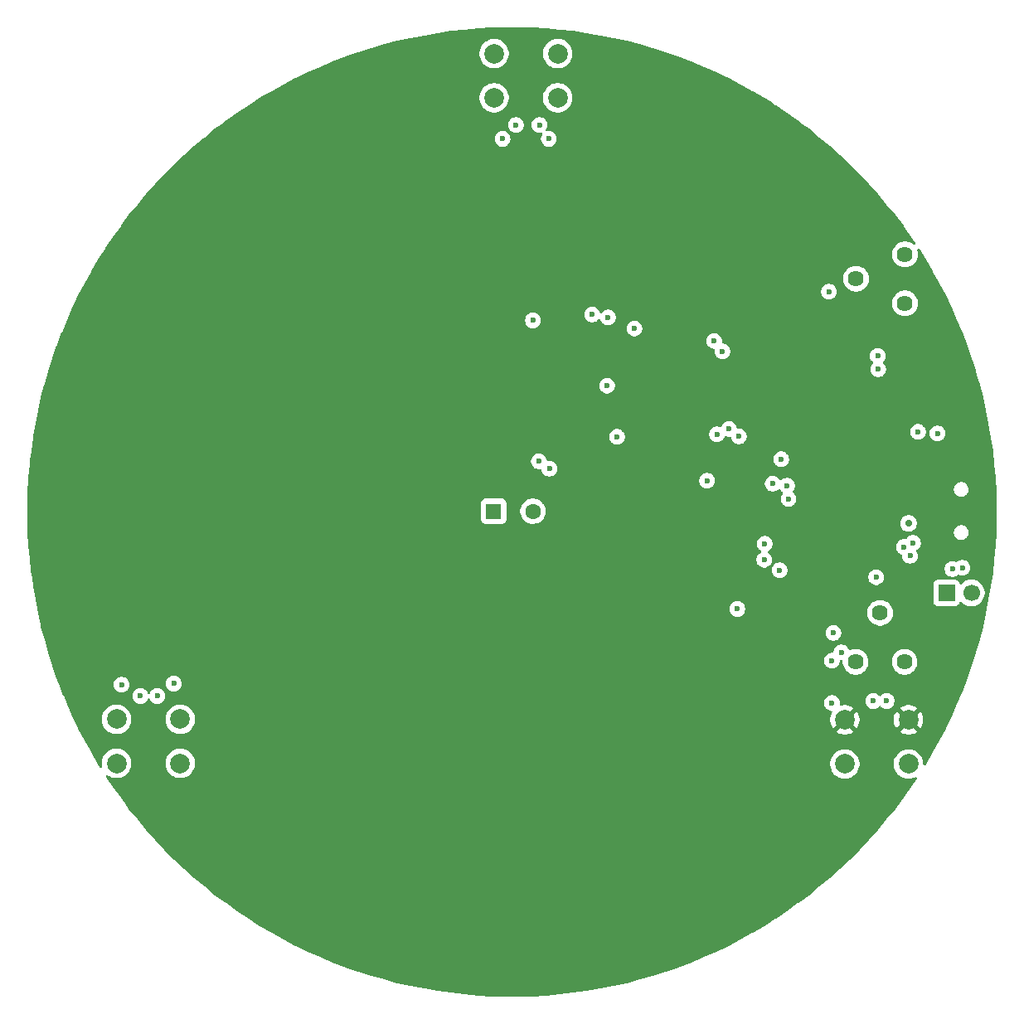
<source format=gbr>
%TF.GenerationSoftware,KiCad,Pcbnew,9.0.1*%
%TF.CreationDate,2025-05-14T21:44:34-03:00*%
%TF.ProjectId,queremate_pd_safe,71756572-656d-4617-9465-5f70645f7361,rev?*%
%TF.SameCoordinates,Original*%
%TF.FileFunction,Copper,L2,Inr*%
%TF.FilePolarity,Positive*%
%FSLAX46Y46*%
G04 Gerber Fmt 4.6, Leading zero omitted, Abs format (unit mm)*
G04 Created by KiCad (PCBNEW 9.0.1) date 2025-05-14 21:44:34*
%MOMM*%
%LPD*%
G01*
G04 APERTURE LIST*
%TA.AperFunction,ComponentPad*%
%ADD10C,1.620000*%
%TD*%
%TA.AperFunction,ComponentPad*%
%ADD11R,1.700000X1.700000*%
%TD*%
%TA.AperFunction,ComponentPad*%
%ADD12C,1.700000*%
%TD*%
%TA.AperFunction,ComponentPad*%
%ADD13R,1.600000X1.600000*%
%TD*%
%TA.AperFunction,ComponentPad*%
%ADD14C,1.600000*%
%TD*%
%TA.AperFunction,ComponentPad*%
%ADD15C,2.000000*%
%TD*%
%TA.AperFunction,ViaPad*%
%ADD16C,0.600000*%
%TD*%
%TA.AperFunction,ViaPad*%
%ADD17C,0.700000*%
%TD*%
G04 APERTURE END LIST*
D10*
%TO.N,5V*%
%TO.C,RV1*%
X110993000Y-42271000D03*
X105993000Y-44771000D03*
%TO.N,Net-(U2-DIS)*%
X110993000Y-47271000D03*
%TD*%
D11*
%TO.N,Net-(J1-Pin_1)*%
%TO.C,J1*%
X115234400Y-76835400D03*
D12*
%TO.N,Net-(J1-Pin_2)*%
X117774400Y-76835400D03*
%TD*%
D13*
%TO.N,5V*%
%TO.C,BZ1*%
X69000000Y-68500000D03*
D14*
%TO.N,Net-(BZ1--)*%
X73000000Y-68500000D03*
%TD*%
D15*
%TO.N,5V*%
%TO.C,SW1*%
X69038400Y-21778400D03*
X75538400Y-21778400D03*
%TO.N,Net-(SW1-B)*%
X69038400Y-26278400D03*
X75538400Y-26278400D03*
%TD*%
%TO.N,RESET*%
%TO.C,SW4*%
X111352400Y-94299600D03*
X104852400Y-94299600D03*
%TO.N,GND*%
X111352400Y-89799600D03*
X104852400Y-89799600D03*
%TD*%
D10*
%TO.N,5V*%
%TO.C,RV2*%
X110953000Y-83881600D03*
X108453000Y-78881600D03*
%TO.N,Net-(U5-DIS)*%
X105953000Y-83881600D03*
%TD*%
D15*
%TO.N,5V*%
%TO.C,SW2*%
X30481200Y-89748800D03*
X36981200Y-89748800D03*
%TO.N,Net-(SW1-B)*%
X30481200Y-94248800D03*
X36981200Y-94248800D03*
%TD*%
D16*
%TO.N,GND*%
X96520000Y-74777600D03*
X100160000Y-65150000D03*
%TO.N,Net-(SW1-B)*%
X114300000Y-60553600D03*
X69900800Y-30480000D03*
X74625200Y-30480000D03*
X32918400Y-87376000D03*
X34645600Y-87376000D03*
%TO.N,5V*%
X36322000Y-86106000D03*
X96621600Y-73456800D03*
X108204000Y-52628800D03*
X110871000Y-72161400D03*
X99100000Y-67250000D03*
X103682800Y-80924400D03*
X73609200Y-63398400D03*
X94030800Y-60858400D03*
X108254800Y-54000400D03*
D17*
X111353600Y-69748400D03*
D16*
X30988000Y-86207600D03*
X96672400Y-71831200D03*
X71272400Y-29057600D03*
X79044800Y-48412400D03*
X81584800Y-60909200D03*
X80670400Y-48717200D03*
X108051600Y-75234800D03*
X93014800Y-60096400D03*
X91795600Y-60655200D03*
X83362800Y-49834800D03*
X73660000Y-29057600D03*
X103530400Y-88087200D03*
X103225600Y-46075600D03*
%TO.N,GND*%
X93878400Y-65328800D03*
D17*
X112442800Y-66520000D03*
D16*
X86004400Y-60909200D03*
X96672400Y-67767200D03*
X108254800Y-59842400D03*
X108458000Y-51409600D03*
X100380800Y-72136000D03*
X101396800Y-49072800D03*
X74523600Y-48412400D03*
X100126800Y-71526400D03*
X87274400Y-60350400D03*
X110439200Y-87376000D03*
X96164400Y-66497200D03*
X91338400Y-77470000D03*
X113588800Y-48209200D03*
X100430000Y-69320000D03*
X94132400Y-48412400D03*
X98755200Y-60858400D03*
X110794800Y-68834000D03*
X105968800Y-87325200D03*
X113030000Y-75234800D03*
X73507600Y-60248800D03*
X108254800Y-58013600D03*
X87884000Y-56337200D03*
X99314000Y-71475600D03*
%TO.N,CLOCK*%
X112318800Y-60401200D03*
X91490800Y-51104800D03*
%TO.N,Net-(U5-DIS)*%
X93878400Y-78486000D03*
X104495600Y-82905600D03*
%TO.N,ALARM*%
X72999600Y-49022000D03*
X90779600Y-65379600D03*
X98955400Y-65884600D03*
%TO.N,Net-(J1-Pin_2)*%
X111810800Y-71729600D03*
X116840000Y-74269600D03*
%TO.N,Net-(J1-Pin_1)*%
X111506000Y-73050400D03*
X115849400Y-74396600D03*
%TO.N,Net-(BZ1--)*%
X97485200Y-65684400D03*
X74676000Y-64160400D03*
%TO.N,RESET*%
X80568800Y-55676800D03*
X109118400Y-87884000D03*
X98196400Y-74523600D03*
X98348800Y-63195200D03*
X107746800Y-87884000D03*
X103530400Y-83769200D03*
X92354400Y-52171600D03*
%TD*%
%TA.AperFunction,Conductor*%
%TO.N,GND*%
G36*
X71561952Y-19085417D02*
G01*
X72946386Y-19124260D01*
X72949735Y-19124401D01*
X74332583Y-19202060D01*
X74336036Y-19202303D01*
X75716124Y-19318712D01*
X75719470Y-19319042D01*
X77059980Y-19470080D01*
X77095760Y-19474112D01*
X77099213Y-19474550D01*
X78470545Y-19668150D01*
X78473935Y-19668677D01*
X79839367Y-19900673D01*
X79842768Y-19901301D01*
X81201101Y-20171490D01*
X81204440Y-20172203D01*
X82149178Y-20387833D01*
X82554689Y-20480388D01*
X82558063Y-20481207D01*
X83899165Y-20827149D01*
X83902411Y-20828035D01*
X85233349Y-21211472D01*
X85236558Y-21212445D01*
X86556146Y-21633035D01*
X86559377Y-21634115D01*
X87866664Y-22091555D01*
X87869928Y-22092749D01*
X89106655Y-22564833D01*
X89163789Y-22586642D01*
X89167021Y-22587928D01*
X90446537Y-23117921D01*
X90449731Y-23119297D01*
X90560735Y-23168968D01*
X91713879Y-23684966D01*
X91717003Y-23686417D01*
X92389320Y-24010188D01*
X92964812Y-24287330D01*
X92967924Y-24288883D01*
X94198385Y-24924554D01*
X94201379Y-24926153D01*
X95136829Y-25443159D01*
X95413556Y-25596101D01*
X95416576Y-25597826D01*
X96609427Y-26301471D01*
X96612398Y-26303280D01*
X97198732Y-26671697D01*
X97695579Y-26983887D01*
X97785066Y-27040115D01*
X97787975Y-27042000D01*
X98939523Y-27811441D01*
X98942343Y-27813383D01*
X100071920Y-28614859D01*
X100074668Y-28616869D01*
X100555534Y-28978758D01*
X101181241Y-29449651D01*
X101183991Y-29451781D01*
X102266790Y-30315285D01*
X102269478Y-30317491D01*
X103327613Y-31211006D01*
X103330239Y-31213287D01*
X104362909Y-32136136D01*
X104365470Y-32138490D01*
X105371866Y-33089954D01*
X105374359Y-33092379D01*
X106353620Y-34071640D01*
X106356045Y-34074133D01*
X107307509Y-35080529D01*
X107309863Y-35083090D01*
X108232712Y-36115760D01*
X108234993Y-36118386D01*
X109128508Y-37176521D01*
X109130714Y-37179209D01*
X109994218Y-38262008D01*
X109996348Y-38264758D01*
X110829108Y-39371301D01*
X110831161Y-39374109D01*
X111632601Y-40503634D01*
X111634573Y-40506498D01*
X112048169Y-41125488D01*
X112069047Y-41192166D01*
X112050562Y-41259546D01*
X111998584Y-41306236D01*
X111929614Y-41317412D01*
X111865550Y-41289526D01*
X111857386Y-41282060D01*
X111846734Y-41271408D01*
X111679852Y-41150160D01*
X111496054Y-41056510D01*
X111299879Y-40992769D01*
X111147073Y-40968567D01*
X111096139Y-40960500D01*
X110889861Y-40960500D01*
X110821948Y-40971256D01*
X110686122Y-40992769D01*
X110686119Y-40992769D01*
X110489945Y-41056510D01*
X110306147Y-41150160D01*
X110139265Y-41271408D01*
X109993408Y-41417265D01*
X109872160Y-41584147D01*
X109778510Y-41767945D01*
X109714769Y-41964119D01*
X109714769Y-41964122D01*
X109682500Y-42167861D01*
X109682500Y-42374138D01*
X109714769Y-42577877D01*
X109714769Y-42577880D01*
X109778510Y-42774054D01*
X109778512Y-42774057D01*
X109872160Y-42957852D01*
X109993407Y-43124733D01*
X110139267Y-43270593D01*
X110306148Y-43391840D01*
X110440901Y-43460500D01*
X110489945Y-43485489D01*
X110686120Y-43549230D01*
X110686121Y-43549230D01*
X110686124Y-43549231D01*
X110889861Y-43581500D01*
X110889862Y-43581500D01*
X111096138Y-43581500D01*
X111096139Y-43581500D01*
X111299876Y-43549231D01*
X111299879Y-43549230D01*
X111299880Y-43549230D01*
X111496054Y-43485489D01*
X111496054Y-43485488D01*
X111496057Y-43485488D01*
X111679852Y-43391840D01*
X111846733Y-43270593D01*
X111992593Y-43124733D01*
X112113840Y-42957852D01*
X112207488Y-42774057D01*
X112271231Y-42577876D01*
X112303500Y-42374139D01*
X112303500Y-42167861D01*
X112271231Y-41964124D01*
X112271230Y-41964122D01*
X112255899Y-41916937D01*
X112231924Y-41843152D01*
X112229930Y-41773313D01*
X112266010Y-41713480D01*
X112328711Y-41682651D01*
X112398125Y-41690615D01*
X112452214Y-41734843D01*
X112454850Y-41738863D01*
X113142719Y-42833601D01*
X113144528Y-42836572D01*
X113848173Y-44029423D01*
X113849898Y-44032443D01*
X114088479Y-44464122D01*
X114427689Y-45077876D01*
X114519826Y-45244584D01*
X114521459Y-45247640D01*
X114535645Y-45275100D01*
X115157116Y-46478075D01*
X115158669Y-46481187D01*
X115759575Y-47728981D01*
X115761040Y-47732136D01*
X116326702Y-48996268D01*
X116328078Y-48999462D01*
X116858071Y-50278978D01*
X116859357Y-50282210D01*
X117353249Y-51576069D01*
X117354444Y-51579335D01*
X117811873Y-52886589D01*
X117812975Y-52889888D01*
X117892403Y-53139092D01*
X118192056Y-54079244D01*
X118233535Y-54209381D01*
X118234541Y-54212695D01*
X118509331Y-55166511D01*
X118617949Y-55543533D01*
X118618865Y-55546889D01*
X118964790Y-56887931D01*
X118965611Y-56891310D01*
X119273789Y-58241528D01*
X119274515Y-58244930D01*
X119544696Y-59603222D01*
X119545327Y-59606642D01*
X119777318Y-60972041D01*
X119777852Y-60975478D01*
X119971449Y-62346789D01*
X119971887Y-62350239D01*
X120126951Y-63726471D01*
X120127292Y-63729933D01*
X120243695Y-65109955D01*
X120243939Y-65113424D01*
X120321595Y-66496202D01*
X120321741Y-66499677D01*
X120360583Y-67884047D01*
X120360632Y-67887525D01*
X120360632Y-69272474D01*
X120360583Y-69275952D01*
X120321741Y-70660322D01*
X120321595Y-70663797D01*
X120243939Y-72046575D01*
X120243695Y-72050044D01*
X120127292Y-73430066D01*
X120126951Y-73433528D01*
X119971887Y-74809760D01*
X119971449Y-74813210D01*
X119777852Y-76184521D01*
X119777318Y-76187958D01*
X119545327Y-77553357D01*
X119544696Y-77556777D01*
X119274515Y-78915069D01*
X119273789Y-78918471D01*
X118965611Y-80268689D01*
X118964790Y-80272068D01*
X118618865Y-81613110D01*
X118617949Y-81616466D01*
X118234545Y-82947290D01*
X118233535Y-82950618D01*
X117812975Y-84270111D01*
X117811873Y-84273410D01*
X117354444Y-85580664D01*
X117353249Y-85583930D01*
X116859357Y-86877789D01*
X116858071Y-86881021D01*
X116328078Y-88160537D01*
X116326702Y-88163731D01*
X115761040Y-89427863D01*
X115759575Y-89431018D01*
X115158669Y-90678812D01*
X115157116Y-90681924D01*
X114521465Y-91912348D01*
X114519826Y-91915415D01*
X113849898Y-93127556D01*
X113848173Y-93130576D01*
X113144528Y-94323427D01*
X113142719Y-94326397D01*
X113081894Y-94423201D01*
X113029560Y-94469493D01*
X112960507Y-94480142D01*
X112896658Y-94451767D01*
X112858286Y-94393377D01*
X112852900Y-94357230D01*
X112852900Y-94181502D01*
X112815953Y-93948231D01*
X112742966Y-93723603D01*
X112635742Y-93513166D01*
X112496917Y-93322090D01*
X112329910Y-93155083D01*
X112138833Y-93016257D01*
X111928396Y-92909033D01*
X111703768Y-92836046D01*
X111470497Y-92799100D01*
X111470492Y-92799100D01*
X111234308Y-92799100D01*
X111234303Y-92799100D01*
X111001031Y-92836046D01*
X110776403Y-92909033D01*
X110565966Y-93016257D01*
X110456950Y-93095462D01*
X110374890Y-93155083D01*
X110374888Y-93155085D01*
X110374887Y-93155085D01*
X110207885Y-93322087D01*
X110207885Y-93322088D01*
X110207883Y-93322090D01*
X110148262Y-93404150D01*
X110069057Y-93513166D01*
X109961833Y-93723603D01*
X109888846Y-93948231D01*
X109851900Y-94181502D01*
X109851900Y-94417697D01*
X109888846Y-94650968D01*
X109961833Y-94875596D01*
X110043173Y-95035233D01*
X110069057Y-95086033D01*
X110207883Y-95277110D01*
X110374890Y-95444117D01*
X110565967Y-95582943D01*
X110638845Y-95620076D01*
X110776403Y-95690166D01*
X110776405Y-95690166D01*
X110776408Y-95690168D01*
X110896812Y-95729289D01*
X111001031Y-95763153D01*
X111234303Y-95800100D01*
X111234308Y-95800100D01*
X111470497Y-95800100D01*
X111703768Y-95763153D01*
X111746403Y-95749300D01*
X111928392Y-95690168D01*
X112035448Y-95635619D01*
X112104117Y-95622724D01*
X112168858Y-95649000D01*
X112209115Y-95706106D01*
X112212107Y-95775912D01*
X112194845Y-95814996D01*
X111634573Y-96653501D01*
X111632601Y-96656365D01*
X110831161Y-97785890D01*
X110829108Y-97788698D01*
X109996348Y-98895241D01*
X109994218Y-98897991D01*
X109130714Y-99980790D01*
X109128508Y-99983478D01*
X108234993Y-101041613D01*
X108232712Y-101044239D01*
X107309863Y-102076909D01*
X107307509Y-102079470D01*
X106356045Y-103085866D01*
X106353620Y-103088359D01*
X105374359Y-104067620D01*
X105371866Y-104070045D01*
X104365470Y-105021509D01*
X104362909Y-105023863D01*
X103330239Y-105946712D01*
X103327613Y-105948993D01*
X102269478Y-106842508D01*
X102266790Y-106844714D01*
X101183991Y-107708218D01*
X101181241Y-107710348D01*
X100074698Y-108543108D01*
X100071890Y-108545161D01*
X98942365Y-109346601D01*
X98939501Y-109348573D01*
X97787985Y-110117992D01*
X97785066Y-110119884D01*
X96612398Y-110856719D01*
X96609427Y-110858528D01*
X95416576Y-111562173D01*
X95413556Y-111563898D01*
X94201415Y-112233826D01*
X94198348Y-112235465D01*
X92967924Y-112871116D01*
X92964812Y-112872669D01*
X91717018Y-113473575D01*
X91713863Y-113475040D01*
X90449731Y-114040702D01*
X90446537Y-114042078D01*
X89167021Y-114572071D01*
X89163789Y-114573357D01*
X87869930Y-115067249D01*
X87866664Y-115068444D01*
X86559410Y-115525873D01*
X86556111Y-115526975D01*
X85236618Y-115947535D01*
X85233290Y-115948545D01*
X83902466Y-116331949D01*
X83899110Y-116332865D01*
X82558068Y-116678790D01*
X82554689Y-116679611D01*
X81204471Y-116987789D01*
X81201069Y-116988515D01*
X79842777Y-117258696D01*
X79839357Y-117259327D01*
X78473958Y-117491318D01*
X78470521Y-117491852D01*
X77099210Y-117685449D01*
X77095760Y-117685887D01*
X75719528Y-117840951D01*
X75716066Y-117841292D01*
X74336044Y-117957695D01*
X74332575Y-117957939D01*
X72949797Y-118035595D01*
X72946322Y-118035741D01*
X71561952Y-118074583D01*
X71558474Y-118074632D01*
X70173526Y-118074632D01*
X70170048Y-118074583D01*
X68785677Y-118035741D01*
X68782202Y-118035595D01*
X67399424Y-117957939D01*
X67395955Y-117957695D01*
X66015933Y-117841292D01*
X66012471Y-117840951D01*
X64636239Y-117685887D01*
X64632789Y-117685449D01*
X63261478Y-117491852D01*
X63258041Y-117491318D01*
X61892642Y-117259327D01*
X61889222Y-117258696D01*
X60530930Y-116988515D01*
X60527528Y-116987789D01*
X59177310Y-116679611D01*
X59173931Y-116678790D01*
X57832889Y-116332865D01*
X57829533Y-116331949D01*
X56498695Y-115948541D01*
X56495396Y-115947539D01*
X55175888Y-115526975D01*
X55172589Y-115525873D01*
X53865335Y-115068444D01*
X53862069Y-115067249D01*
X52568210Y-114573357D01*
X52564978Y-114572071D01*
X51285462Y-114042078D01*
X51282268Y-114040702D01*
X50018136Y-113475040D01*
X50014981Y-113473575D01*
X48767187Y-112872669D01*
X48764075Y-112871116D01*
X47533651Y-112235465D01*
X47530584Y-112233826D01*
X46318443Y-111563898D01*
X46315423Y-111562173D01*
X45122572Y-110858528D01*
X45119601Y-110856719D01*
X43946933Y-110119884D01*
X43944014Y-110117992D01*
X42792498Y-109348573D01*
X42789634Y-109346601D01*
X41660092Y-108545148D01*
X41657318Y-108543120D01*
X41235272Y-108225498D01*
X40550758Y-107710348D01*
X40548008Y-107708218D01*
X39465209Y-106844714D01*
X39462521Y-106842508D01*
X38404386Y-105948993D01*
X38401760Y-105946712D01*
X37369090Y-105023863D01*
X37366529Y-105021509D01*
X36360133Y-104070045D01*
X36357640Y-104067620D01*
X35378379Y-103088359D01*
X35375954Y-103085866D01*
X34424490Y-102079470D01*
X34422136Y-102076909D01*
X33499287Y-101044239D01*
X33497006Y-101041613D01*
X32603491Y-99983478D01*
X32601285Y-99980790D01*
X31737781Y-98897991D01*
X31735651Y-98895241D01*
X31348541Y-98380863D01*
X30902869Y-97788668D01*
X30900859Y-97785920D01*
X30099383Y-96656343D01*
X30097426Y-96653501D01*
X29537154Y-95814996D01*
X29406912Y-95620075D01*
X29386035Y-95553398D01*
X29404520Y-95486018D01*
X29456498Y-95439328D01*
X29525468Y-95428152D01*
X29582899Y-95450866D01*
X29694767Y-95532143D01*
X29794191Y-95582802D01*
X29905203Y-95639366D01*
X29905205Y-95639366D01*
X29905208Y-95639368D01*
X30025612Y-95678489D01*
X30129831Y-95712353D01*
X30363103Y-95749300D01*
X30363108Y-95749300D01*
X30599297Y-95749300D01*
X30832568Y-95712353D01*
X30900852Y-95690166D01*
X31057192Y-95639368D01*
X31267633Y-95532143D01*
X31458710Y-95393317D01*
X31625717Y-95226310D01*
X31764543Y-95035233D01*
X31871768Y-94824792D01*
X31944753Y-94600168D01*
X31981700Y-94366897D01*
X31981700Y-94130702D01*
X35480700Y-94130702D01*
X35480700Y-94366897D01*
X35517646Y-94600168D01*
X35590633Y-94824796D01*
X35697857Y-95035233D01*
X35836683Y-95226310D01*
X36003690Y-95393317D01*
X36194767Y-95532143D01*
X36294191Y-95582802D01*
X36405203Y-95639366D01*
X36405205Y-95639366D01*
X36405208Y-95639368D01*
X36525612Y-95678489D01*
X36629831Y-95712353D01*
X36863103Y-95749300D01*
X36863108Y-95749300D01*
X37099297Y-95749300D01*
X37332568Y-95712353D01*
X37400852Y-95690166D01*
X37557192Y-95639368D01*
X37767633Y-95532143D01*
X37958710Y-95393317D01*
X38125717Y-95226310D01*
X38264543Y-95035233D01*
X38371768Y-94824792D01*
X38444753Y-94600168D01*
X38481700Y-94366897D01*
X38481700Y-94181502D01*
X103351900Y-94181502D01*
X103351900Y-94417697D01*
X103388846Y-94650968D01*
X103461833Y-94875596D01*
X103543173Y-95035233D01*
X103569057Y-95086033D01*
X103707883Y-95277110D01*
X103874890Y-95444117D01*
X104065967Y-95582943D01*
X104138845Y-95620076D01*
X104276403Y-95690166D01*
X104276405Y-95690166D01*
X104276408Y-95690168D01*
X104396812Y-95729289D01*
X104501031Y-95763153D01*
X104734303Y-95800100D01*
X104734308Y-95800100D01*
X104970497Y-95800100D01*
X105203768Y-95763153D01*
X105246403Y-95749300D01*
X105428392Y-95690168D01*
X105638833Y-95582943D01*
X105829910Y-95444117D01*
X105996917Y-95277110D01*
X106135743Y-95086033D01*
X106242968Y-94875592D01*
X106315953Y-94650968D01*
X106323999Y-94600168D01*
X106352900Y-94417697D01*
X106352900Y-94181502D01*
X106315953Y-93948231D01*
X106242966Y-93723603D01*
X106135742Y-93513166D01*
X105996917Y-93322090D01*
X105829910Y-93155083D01*
X105638833Y-93016257D01*
X105428396Y-92909033D01*
X105203768Y-92836046D01*
X104970497Y-92799100D01*
X104970492Y-92799100D01*
X104734308Y-92799100D01*
X104734303Y-92799100D01*
X104501031Y-92836046D01*
X104276403Y-92909033D01*
X104065966Y-93016257D01*
X103956950Y-93095462D01*
X103874890Y-93155083D01*
X103874888Y-93155085D01*
X103874887Y-93155085D01*
X103707885Y-93322087D01*
X103707885Y-93322088D01*
X103707883Y-93322090D01*
X103648262Y-93404150D01*
X103569057Y-93513166D01*
X103461833Y-93723603D01*
X103388846Y-93948231D01*
X103351900Y-94181502D01*
X38481700Y-94181502D01*
X38481700Y-94130702D01*
X38444753Y-93897431D01*
X38371766Y-93672803D01*
X38264542Y-93462366D01*
X38125717Y-93271290D01*
X37958710Y-93104283D01*
X37767633Y-92965457D01*
X37557196Y-92858233D01*
X37332568Y-92785246D01*
X37099297Y-92748300D01*
X37099292Y-92748300D01*
X36863108Y-92748300D01*
X36863103Y-92748300D01*
X36629831Y-92785246D01*
X36405203Y-92858233D01*
X36194766Y-92965457D01*
X36124847Y-93016257D01*
X36003690Y-93104283D01*
X36003688Y-93104285D01*
X36003687Y-93104285D01*
X35836685Y-93271287D01*
X35836685Y-93271288D01*
X35836683Y-93271290D01*
X35799777Y-93322087D01*
X35697857Y-93462366D01*
X35590633Y-93672803D01*
X35517646Y-93897431D01*
X35480700Y-94130702D01*
X31981700Y-94130702D01*
X31944753Y-93897431D01*
X31871766Y-93672803D01*
X31764542Y-93462366D01*
X31625717Y-93271290D01*
X31458710Y-93104283D01*
X31267633Y-92965457D01*
X31057196Y-92858233D01*
X30832568Y-92785246D01*
X30599297Y-92748300D01*
X30599292Y-92748300D01*
X30363108Y-92748300D01*
X30363103Y-92748300D01*
X30129831Y-92785246D01*
X29905203Y-92858233D01*
X29694766Y-92965457D01*
X29624847Y-93016257D01*
X29503690Y-93104283D01*
X29503688Y-93104285D01*
X29503687Y-93104285D01*
X29336685Y-93271287D01*
X29336685Y-93271288D01*
X29336683Y-93271290D01*
X29299777Y-93322087D01*
X29197857Y-93462366D01*
X29090633Y-93672803D01*
X29017646Y-93897431D01*
X28980700Y-94130702D01*
X28980700Y-94366897D01*
X29009301Y-94547477D01*
X29000346Y-94616771D01*
X28955350Y-94670223D01*
X28888599Y-94690862D01*
X28821285Y-94672137D01*
X28781834Y-94632847D01*
X28761300Y-94600168D01*
X28646644Y-94417692D01*
X28589280Y-94326398D01*
X28587471Y-94323427D01*
X27883826Y-93130576D01*
X27882101Y-93127556D01*
X27792512Y-92965457D01*
X27212153Y-91915379D01*
X27210554Y-91912385D01*
X26574883Y-90681924D01*
X26573330Y-90678812D01*
X26149923Y-89799599D01*
X26068587Y-89630702D01*
X28980700Y-89630702D01*
X28980700Y-89866897D01*
X29017646Y-90100168D01*
X29090633Y-90324796D01*
X29197857Y-90535233D01*
X29336683Y-90726310D01*
X29503690Y-90893317D01*
X29694767Y-91032143D01*
X29793626Y-91082514D01*
X29905203Y-91139366D01*
X29905205Y-91139366D01*
X29905208Y-91139368D01*
X30025612Y-91178489D01*
X30129831Y-91212353D01*
X30363103Y-91249300D01*
X30363108Y-91249300D01*
X30599297Y-91249300D01*
X30832568Y-91212353D01*
X30902280Y-91189702D01*
X31057192Y-91139368D01*
X31267633Y-91032143D01*
X31458710Y-90893317D01*
X31625717Y-90726310D01*
X31764543Y-90535233D01*
X31871768Y-90324792D01*
X31944753Y-90100168D01*
X31981700Y-89866897D01*
X31981700Y-89630702D01*
X35480700Y-89630702D01*
X35480700Y-89866897D01*
X35517646Y-90100168D01*
X35590633Y-90324796D01*
X35697857Y-90535233D01*
X35836683Y-90726310D01*
X36003690Y-90893317D01*
X36194767Y-91032143D01*
X36293626Y-91082514D01*
X36405203Y-91139366D01*
X36405205Y-91139366D01*
X36405208Y-91139368D01*
X36525612Y-91178489D01*
X36629831Y-91212353D01*
X36863103Y-91249300D01*
X36863108Y-91249300D01*
X37099297Y-91249300D01*
X37332568Y-91212353D01*
X37402280Y-91189702D01*
X37557192Y-91139368D01*
X37767633Y-91032143D01*
X37958710Y-90893317D01*
X38125717Y-90726310D01*
X38264543Y-90535233D01*
X38371768Y-90324792D01*
X38444753Y-90100168D01*
X38481700Y-89866897D01*
X38481700Y-89630702D01*
X38444753Y-89397431D01*
X38371766Y-89172803D01*
X38264542Y-88962366D01*
X38125717Y-88771290D01*
X37958710Y-88604283D01*
X37767633Y-88465457D01*
X37557196Y-88358233D01*
X37332568Y-88285246D01*
X37099297Y-88248300D01*
X37099292Y-88248300D01*
X36863108Y-88248300D01*
X36863103Y-88248300D01*
X36629831Y-88285246D01*
X36405203Y-88358233D01*
X36194766Y-88465457D01*
X36085750Y-88544662D01*
X36003690Y-88604283D01*
X36003688Y-88604285D01*
X36003687Y-88604285D01*
X35836685Y-88771287D01*
X35836685Y-88771288D01*
X35836683Y-88771290D01*
X35777062Y-88853350D01*
X35697857Y-88962366D01*
X35590633Y-89172803D01*
X35517646Y-89397431D01*
X35480700Y-89630702D01*
X31981700Y-89630702D01*
X31944753Y-89397431D01*
X31871766Y-89172803D01*
X31764542Y-88962366D01*
X31625717Y-88771290D01*
X31458710Y-88604283D01*
X31267633Y-88465457D01*
X31057196Y-88358233D01*
X30832568Y-88285246D01*
X30599297Y-88248300D01*
X30599292Y-88248300D01*
X30363108Y-88248300D01*
X30363103Y-88248300D01*
X30129831Y-88285246D01*
X29905203Y-88358233D01*
X29694766Y-88465457D01*
X29585750Y-88544662D01*
X29503690Y-88604283D01*
X29503688Y-88604285D01*
X29503687Y-88604285D01*
X29336685Y-88771287D01*
X29336685Y-88771288D01*
X29336683Y-88771290D01*
X29277062Y-88853350D01*
X29197857Y-88962366D01*
X29090633Y-89172803D01*
X29017646Y-89397431D01*
X28980700Y-89630702D01*
X26068587Y-89630702D01*
X25972417Y-89431003D01*
X25970959Y-89427863D01*
X25879645Y-89223797D01*
X25540720Y-88466372D01*
X25405297Y-88163731D01*
X25403921Y-88160537D01*
X25063430Y-87338519D01*
X25046296Y-87297153D01*
X32117900Y-87297153D01*
X32117900Y-87454846D01*
X32148661Y-87609489D01*
X32148664Y-87609501D01*
X32209002Y-87755172D01*
X32209009Y-87755185D01*
X32296610Y-87886288D01*
X32296613Y-87886292D01*
X32408107Y-87997786D01*
X32408111Y-87997789D01*
X32539214Y-88085390D01*
X32539227Y-88085397D01*
X32684898Y-88145735D01*
X32684903Y-88145737D01*
X32787003Y-88166046D01*
X32839553Y-88176499D01*
X32839556Y-88176500D01*
X32839558Y-88176500D01*
X32997244Y-88176500D01*
X32997245Y-88176499D01*
X33151897Y-88145737D01*
X33297579Y-88085394D01*
X33428689Y-87997789D01*
X33540189Y-87886289D01*
X33627794Y-87755179D01*
X33667439Y-87659467D01*
X33711279Y-87605063D01*
X33777573Y-87582998D01*
X33845273Y-87600277D01*
X33892884Y-87651414D01*
X33896561Y-87659467D01*
X33936202Y-87755172D01*
X33936209Y-87755185D01*
X34023810Y-87886288D01*
X34023813Y-87886292D01*
X34135307Y-87997786D01*
X34135311Y-87997789D01*
X34266414Y-88085390D01*
X34266427Y-88085397D01*
X34412098Y-88145735D01*
X34412103Y-88145737D01*
X34514203Y-88166046D01*
X34566753Y-88176499D01*
X34566756Y-88176500D01*
X34566758Y-88176500D01*
X34724444Y-88176500D01*
X34724445Y-88176499D01*
X34879097Y-88145737D01*
X35024779Y-88085394D01*
X35140079Y-88008353D01*
X102729900Y-88008353D01*
X102729900Y-88166046D01*
X102760661Y-88320689D01*
X102760664Y-88320701D01*
X102821002Y-88466372D01*
X102821009Y-88466385D01*
X102908610Y-88597488D01*
X102908613Y-88597492D01*
X103020107Y-88708986D01*
X103020111Y-88708989D01*
X103151214Y-88796590D01*
X103151227Y-88796597D01*
X103296898Y-88856935D01*
X103296903Y-88856937D01*
X103451558Y-88887700D01*
X103456138Y-88888611D01*
X103518049Y-88920996D01*
X103552623Y-88981711D01*
X103548884Y-89051481D01*
X103542432Y-89066523D01*
X103462297Y-89223797D01*
X103389334Y-89448352D01*
X103352400Y-89681547D01*
X103352400Y-89917652D01*
X103389334Y-90150847D01*
X103462297Y-90375402D01*
X103569487Y-90585774D01*
X103629738Y-90668704D01*
X103629740Y-90668705D01*
X104328612Y-89969833D01*
X104339882Y-90011892D01*
X104412290Y-90137308D01*
X104514692Y-90239710D01*
X104640108Y-90312118D01*
X104682165Y-90323387D01*
X103983293Y-91022258D01*
X104066228Y-91082514D01*
X104276597Y-91189702D01*
X104501152Y-91262665D01*
X104501151Y-91262665D01*
X104734348Y-91299600D01*
X104970452Y-91299600D01*
X105203647Y-91262665D01*
X105428202Y-91189702D01*
X105638563Y-91082518D01*
X105638569Y-91082514D01*
X105721504Y-91022258D01*
X105721505Y-91022258D01*
X105022633Y-90323387D01*
X105064692Y-90312118D01*
X105190108Y-90239710D01*
X105292510Y-90137308D01*
X105364918Y-90011892D01*
X105376187Y-89969834D01*
X106075058Y-90668705D01*
X106075058Y-90668704D01*
X106135314Y-90585769D01*
X106135318Y-90585763D01*
X106242502Y-90375402D01*
X106315465Y-90150847D01*
X106352400Y-89917652D01*
X106352400Y-89681547D01*
X109852400Y-89681547D01*
X109852400Y-89917652D01*
X109889334Y-90150847D01*
X109962297Y-90375402D01*
X110069487Y-90585774D01*
X110129738Y-90668704D01*
X110129740Y-90668705D01*
X110828612Y-89969833D01*
X110839882Y-90011892D01*
X110912290Y-90137308D01*
X111014692Y-90239710D01*
X111140108Y-90312118D01*
X111182165Y-90323387D01*
X110483293Y-91022258D01*
X110566228Y-91082514D01*
X110776597Y-91189702D01*
X111001152Y-91262665D01*
X111001151Y-91262665D01*
X111234348Y-91299600D01*
X111470452Y-91299600D01*
X111703647Y-91262665D01*
X111928202Y-91189702D01*
X112138563Y-91082518D01*
X112138569Y-91082514D01*
X112221504Y-91022258D01*
X112221505Y-91022258D01*
X111522633Y-90323387D01*
X111564692Y-90312118D01*
X111690108Y-90239710D01*
X111792510Y-90137308D01*
X111864918Y-90011892D01*
X111876187Y-89969834D01*
X112575058Y-90668705D01*
X112575058Y-90668704D01*
X112635314Y-90585769D01*
X112635318Y-90585763D01*
X112742502Y-90375402D01*
X112815465Y-90150847D01*
X112852400Y-89917652D01*
X112852400Y-89681547D01*
X112815465Y-89448352D01*
X112742502Y-89223797D01*
X112635314Y-89013428D01*
X112575058Y-88930494D01*
X112575058Y-88930493D01*
X111876187Y-89629365D01*
X111864918Y-89587308D01*
X111792510Y-89461892D01*
X111690108Y-89359490D01*
X111564692Y-89287082D01*
X111522634Y-89275812D01*
X112221505Y-88576940D01*
X112221504Y-88576938D01*
X112138574Y-88516687D01*
X111928202Y-88409497D01*
X111703647Y-88336534D01*
X111703648Y-88336534D01*
X111470452Y-88299600D01*
X111234348Y-88299600D01*
X111001152Y-88336534D01*
X110776597Y-88409497D01*
X110566230Y-88516684D01*
X110483294Y-88576940D01*
X111182166Y-89275812D01*
X111140108Y-89287082D01*
X111014692Y-89359490D01*
X110912290Y-89461892D01*
X110839882Y-89587308D01*
X110828612Y-89629366D01*
X110129740Y-88930494D01*
X110069484Y-89013430D01*
X109962297Y-89223797D01*
X109889334Y-89448352D01*
X109852400Y-89681547D01*
X106352400Y-89681547D01*
X106315465Y-89448352D01*
X106242502Y-89223797D01*
X106135314Y-89013428D01*
X106075058Y-88930494D01*
X106075058Y-88930493D01*
X105376187Y-89629365D01*
X105364918Y-89587308D01*
X105292510Y-89461892D01*
X105190108Y-89359490D01*
X105064692Y-89287082D01*
X105022633Y-89275812D01*
X105721505Y-88576940D01*
X105721504Y-88576938D01*
X105638574Y-88516687D01*
X105428202Y-88409497D01*
X105203647Y-88336534D01*
X105203648Y-88336534D01*
X104970452Y-88299600D01*
X104734348Y-88299600D01*
X104501153Y-88336534D01*
X104484087Y-88342079D01*
X104414246Y-88344073D01*
X104354413Y-88307991D01*
X104323587Y-88245289D01*
X104324154Y-88199954D01*
X104330900Y-88166042D01*
X104330900Y-88008355D01*
X104330899Y-88008353D01*
X104306619Y-87886292D01*
X104300137Y-87853703D01*
X104280027Y-87805153D01*
X106946300Y-87805153D01*
X106946300Y-87962846D01*
X106977061Y-88117489D01*
X106977064Y-88117501D01*
X107037402Y-88263172D01*
X107037409Y-88263185D01*
X107125010Y-88394288D01*
X107125013Y-88394292D01*
X107236507Y-88505786D01*
X107236511Y-88505789D01*
X107367614Y-88593390D01*
X107367627Y-88593397D01*
X107513298Y-88653735D01*
X107513303Y-88653737D01*
X107667953Y-88684499D01*
X107667956Y-88684500D01*
X107667958Y-88684500D01*
X107825644Y-88684500D01*
X107825645Y-88684499D01*
X107980297Y-88653737D01*
X108099690Y-88604283D01*
X108125972Y-88593397D01*
X108125972Y-88593396D01*
X108125979Y-88593394D01*
X108257089Y-88505789D01*
X108297421Y-88465457D01*
X108344919Y-88417960D01*
X108406242Y-88384475D01*
X108475934Y-88389459D01*
X108520281Y-88417960D01*
X108608107Y-88505786D01*
X108608111Y-88505789D01*
X108739214Y-88593390D01*
X108739227Y-88593397D01*
X108884898Y-88653735D01*
X108884903Y-88653737D01*
X109039553Y-88684499D01*
X109039556Y-88684500D01*
X109039558Y-88684500D01*
X109197244Y-88684500D01*
X109197245Y-88684499D01*
X109351897Y-88653737D01*
X109471290Y-88604283D01*
X109497572Y-88593397D01*
X109497572Y-88593396D01*
X109497579Y-88593394D01*
X109628689Y-88505789D01*
X109740189Y-88394289D01*
X109827794Y-88263179D01*
X109888137Y-88117497D01*
X109918900Y-87962842D01*
X109918900Y-87805158D01*
X109918900Y-87805155D01*
X109918899Y-87805153D01*
X109899578Y-87708021D01*
X109888137Y-87650503D01*
X109860176Y-87582998D01*
X109827797Y-87504827D01*
X109827790Y-87504814D01*
X109740189Y-87373711D01*
X109740186Y-87373707D01*
X109628692Y-87262213D01*
X109628688Y-87262210D01*
X109497585Y-87174609D01*
X109497572Y-87174602D01*
X109351901Y-87114264D01*
X109351889Y-87114261D01*
X109197245Y-87083500D01*
X109197242Y-87083500D01*
X109039558Y-87083500D01*
X109039555Y-87083500D01*
X108884910Y-87114261D01*
X108884898Y-87114264D01*
X108739227Y-87174602D01*
X108739214Y-87174609D01*
X108608111Y-87262210D01*
X108608107Y-87262213D01*
X108520281Y-87350040D01*
X108458958Y-87383525D01*
X108389266Y-87378541D01*
X108344919Y-87350040D01*
X108257092Y-87262213D01*
X108257088Y-87262210D01*
X108125985Y-87174609D01*
X108125972Y-87174602D01*
X107980301Y-87114264D01*
X107980289Y-87114261D01*
X107825645Y-87083500D01*
X107825642Y-87083500D01*
X107667958Y-87083500D01*
X107667955Y-87083500D01*
X107513310Y-87114261D01*
X107513298Y-87114264D01*
X107367627Y-87174602D01*
X107367614Y-87174609D01*
X107236511Y-87262210D01*
X107236507Y-87262213D01*
X107125013Y-87373707D01*
X107125010Y-87373711D01*
X107037409Y-87504814D01*
X107037402Y-87504827D01*
X106977064Y-87650498D01*
X106977061Y-87650510D01*
X106946300Y-87805153D01*
X104280027Y-87805153D01*
X104259330Y-87755185D01*
X104239797Y-87708027D01*
X104239790Y-87708014D01*
X104152189Y-87576911D01*
X104152186Y-87576907D01*
X104040692Y-87465413D01*
X104040688Y-87465410D01*
X103909585Y-87377809D01*
X103909572Y-87377802D01*
X103763901Y-87317464D01*
X103763889Y-87317461D01*
X103609245Y-87286700D01*
X103609242Y-87286700D01*
X103451558Y-87286700D01*
X103451555Y-87286700D01*
X103296910Y-87317461D01*
X103296898Y-87317464D01*
X103151227Y-87377802D01*
X103151214Y-87377809D01*
X103020111Y-87465410D01*
X103020107Y-87465413D01*
X102908613Y-87576907D01*
X102908610Y-87576911D01*
X102821009Y-87708014D01*
X102821002Y-87708027D01*
X102760664Y-87853698D01*
X102760661Y-87853710D01*
X102729900Y-88008353D01*
X35140079Y-88008353D01*
X35155889Y-87997789D01*
X35190836Y-87962842D01*
X35239094Y-87914585D01*
X35267386Y-87886292D01*
X35267389Y-87886289D01*
X35354994Y-87755179D01*
X35415337Y-87609497D01*
X35446100Y-87454842D01*
X35446100Y-87297158D01*
X35446100Y-87297155D01*
X35446099Y-87297153D01*
X35439149Y-87262213D01*
X35415337Y-87142503D01*
X35397974Y-87100585D01*
X35354997Y-86996827D01*
X35354990Y-86996814D01*
X35267389Y-86865711D01*
X35267386Y-86865707D01*
X35155892Y-86754213D01*
X35155888Y-86754210D01*
X35024785Y-86666609D01*
X35024772Y-86666602D01*
X34879101Y-86606264D01*
X34879089Y-86606261D01*
X34724445Y-86575500D01*
X34724442Y-86575500D01*
X34566758Y-86575500D01*
X34566755Y-86575500D01*
X34412110Y-86606261D01*
X34412098Y-86606264D01*
X34266427Y-86666602D01*
X34266414Y-86666609D01*
X34135311Y-86754210D01*
X34135307Y-86754213D01*
X34023813Y-86865707D01*
X34023810Y-86865711D01*
X33936209Y-86996814D01*
X33936202Y-86996827D01*
X33896561Y-87092532D01*
X33852720Y-87146936D01*
X33786426Y-87169001D01*
X33718727Y-87151722D01*
X33671116Y-87100585D01*
X33667439Y-87092532D01*
X33627797Y-86996827D01*
X33627790Y-86996814D01*
X33540189Y-86865711D01*
X33540186Y-86865707D01*
X33428692Y-86754213D01*
X33428688Y-86754210D01*
X33297585Y-86666609D01*
X33297572Y-86666602D01*
X33151901Y-86606264D01*
X33151889Y-86606261D01*
X32997245Y-86575500D01*
X32997242Y-86575500D01*
X32839558Y-86575500D01*
X32839555Y-86575500D01*
X32684910Y-86606261D01*
X32684898Y-86606264D01*
X32539227Y-86666602D01*
X32539214Y-86666609D01*
X32408111Y-86754210D01*
X32408107Y-86754213D01*
X32296613Y-86865707D01*
X32296610Y-86865711D01*
X32209009Y-86996814D01*
X32209002Y-86996827D01*
X32148664Y-87142498D01*
X32148661Y-87142510D01*
X32117900Y-87297153D01*
X25046296Y-87297153D01*
X24873928Y-86881021D01*
X24872642Y-86877789D01*
X24848823Y-86815390D01*
X24586720Y-86128753D01*
X30187500Y-86128753D01*
X30187500Y-86286446D01*
X30218261Y-86441089D01*
X30218264Y-86441101D01*
X30278602Y-86586772D01*
X30278609Y-86586785D01*
X30366210Y-86717888D01*
X30366213Y-86717892D01*
X30477707Y-86829386D01*
X30477711Y-86829389D01*
X30608814Y-86916990D01*
X30608827Y-86916997D01*
X30754498Y-86977335D01*
X30754503Y-86977337D01*
X30909153Y-87008099D01*
X30909156Y-87008100D01*
X30909158Y-87008100D01*
X31066844Y-87008100D01*
X31066845Y-87008099D01*
X31221497Y-86977337D01*
X31367179Y-86916994D01*
X31498289Y-86829389D01*
X31609789Y-86717889D01*
X31697394Y-86586779D01*
X31757737Y-86441097D01*
X31788500Y-86286442D01*
X31788500Y-86128758D01*
X31788500Y-86128755D01*
X31771891Y-86045258D01*
X31771891Y-86045257D01*
X31768290Y-86027153D01*
X35521500Y-86027153D01*
X35521500Y-86184846D01*
X35552261Y-86339489D01*
X35552264Y-86339501D01*
X35612602Y-86485172D01*
X35612609Y-86485185D01*
X35700210Y-86616288D01*
X35700213Y-86616292D01*
X35811707Y-86727786D01*
X35811711Y-86727789D01*
X35942814Y-86815390D01*
X35942827Y-86815397D01*
X36064288Y-86865707D01*
X36088503Y-86875737D01*
X36243153Y-86906499D01*
X36243156Y-86906500D01*
X36243158Y-86906500D01*
X36400844Y-86906500D01*
X36400845Y-86906499D01*
X36555497Y-86875737D01*
X36701179Y-86815394D01*
X36832289Y-86727789D01*
X36943789Y-86616289D01*
X37031394Y-86485179D01*
X37091737Y-86339497D01*
X37122500Y-86184842D01*
X37122500Y-86027158D01*
X37122500Y-86027155D01*
X37122499Y-86027153D01*
X37111948Y-85974110D01*
X37091737Y-85872503D01*
X37073475Y-85828414D01*
X37031397Y-85726827D01*
X37031390Y-85726814D01*
X36943789Y-85595711D01*
X36943786Y-85595707D01*
X36832292Y-85484213D01*
X36832288Y-85484210D01*
X36701185Y-85396609D01*
X36701172Y-85396602D01*
X36555501Y-85336264D01*
X36555489Y-85336261D01*
X36400845Y-85305500D01*
X36400842Y-85305500D01*
X36243158Y-85305500D01*
X36243155Y-85305500D01*
X36088510Y-85336261D01*
X36088498Y-85336264D01*
X35942827Y-85396602D01*
X35942814Y-85396609D01*
X35811711Y-85484210D01*
X35811707Y-85484213D01*
X35700213Y-85595707D01*
X35700210Y-85595711D01*
X35612609Y-85726814D01*
X35612602Y-85726827D01*
X35552264Y-85872498D01*
X35552261Y-85872510D01*
X35521500Y-86027153D01*
X31768290Y-86027153D01*
X31757738Y-85974110D01*
X31757737Y-85974103D01*
X31738568Y-85927824D01*
X31697397Y-85828427D01*
X31697390Y-85828414D01*
X31609789Y-85697311D01*
X31609786Y-85697307D01*
X31498292Y-85585813D01*
X31498288Y-85585810D01*
X31367185Y-85498209D01*
X31367172Y-85498202D01*
X31221501Y-85437864D01*
X31221489Y-85437861D01*
X31066845Y-85407100D01*
X31066842Y-85407100D01*
X30909158Y-85407100D01*
X30909155Y-85407100D01*
X30754510Y-85437861D01*
X30754498Y-85437864D01*
X30608827Y-85498202D01*
X30608814Y-85498209D01*
X30477711Y-85585810D01*
X30477707Y-85585813D01*
X30366213Y-85697307D01*
X30366210Y-85697311D01*
X30278609Y-85828414D01*
X30278602Y-85828427D01*
X30218264Y-85974098D01*
X30218261Y-85974110D01*
X30187500Y-86128753D01*
X24586720Y-86128753D01*
X24378749Y-85583928D01*
X24377555Y-85580664D01*
X24292035Y-85336263D01*
X23920115Y-84273377D01*
X23919035Y-84270146D01*
X23734239Y-83690353D01*
X102729900Y-83690353D01*
X102729900Y-83848046D01*
X102760661Y-84002689D01*
X102760664Y-84002701D01*
X102821002Y-84148372D01*
X102821009Y-84148385D01*
X102908610Y-84279488D01*
X102908613Y-84279492D01*
X103020107Y-84390986D01*
X103020111Y-84390989D01*
X103151214Y-84478590D01*
X103151227Y-84478597D01*
X103296898Y-84538935D01*
X103296903Y-84538937D01*
X103445284Y-84568452D01*
X103451553Y-84569699D01*
X103451556Y-84569700D01*
X103451558Y-84569700D01*
X103609244Y-84569700D01*
X103609245Y-84569699D01*
X103763897Y-84538937D01*
X103909579Y-84478594D01*
X104040689Y-84390989D01*
X104152189Y-84279489D01*
X104239794Y-84148379D01*
X104300137Y-84002697D01*
X104330900Y-83848042D01*
X104330900Y-83830100D01*
X104333450Y-83821414D01*
X104332162Y-83812453D01*
X104343140Y-83788412D01*
X104350585Y-83763061D01*
X104357425Y-83757133D01*
X104361187Y-83748897D01*
X104383421Y-83734607D01*
X104403389Y-83717306D01*
X104413903Y-83715018D01*
X104419965Y-83711123D01*
X104454900Y-83706100D01*
X104518500Y-83706100D01*
X104585539Y-83725785D01*
X104631294Y-83778589D01*
X104642500Y-83830100D01*
X104642500Y-83984738D01*
X104674769Y-84188477D01*
X104674769Y-84188480D01*
X104738510Y-84384654D01*
X104817120Y-84538935D01*
X104832160Y-84568452D01*
X104953407Y-84735333D01*
X105099267Y-84881193D01*
X105266148Y-85002440D01*
X105449943Y-85096088D01*
X105449945Y-85096089D01*
X105646120Y-85159830D01*
X105646121Y-85159830D01*
X105646124Y-85159831D01*
X105849861Y-85192100D01*
X105849862Y-85192100D01*
X106056138Y-85192100D01*
X106056139Y-85192100D01*
X106259876Y-85159831D01*
X106259879Y-85159830D01*
X106259880Y-85159830D01*
X106456054Y-85096089D01*
X106456054Y-85096088D01*
X106456057Y-85096088D01*
X106639852Y-85002440D01*
X106806733Y-84881193D01*
X106952593Y-84735333D01*
X107073840Y-84568452D01*
X107167488Y-84384657D01*
X107201659Y-84279489D01*
X107231230Y-84188480D01*
X107231230Y-84188479D01*
X107231231Y-84188476D01*
X107263500Y-83984739D01*
X107263500Y-83778461D01*
X109642500Y-83778461D01*
X109642500Y-83984738D01*
X109674769Y-84188477D01*
X109674769Y-84188480D01*
X109738510Y-84384654D01*
X109817120Y-84538935D01*
X109832160Y-84568452D01*
X109953407Y-84735333D01*
X110099267Y-84881193D01*
X110266148Y-85002440D01*
X110449943Y-85096088D01*
X110449945Y-85096089D01*
X110646120Y-85159830D01*
X110646121Y-85159830D01*
X110646124Y-85159831D01*
X110849861Y-85192100D01*
X110849862Y-85192100D01*
X111056138Y-85192100D01*
X111056139Y-85192100D01*
X111259876Y-85159831D01*
X111259879Y-85159830D01*
X111259880Y-85159830D01*
X111456054Y-85096089D01*
X111456054Y-85096088D01*
X111456057Y-85096088D01*
X111639852Y-85002440D01*
X111806733Y-84881193D01*
X111952593Y-84735333D01*
X112073840Y-84568452D01*
X112167488Y-84384657D01*
X112201659Y-84279489D01*
X112231230Y-84188480D01*
X112231230Y-84188479D01*
X112231231Y-84188476D01*
X112263500Y-83984739D01*
X112263500Y-83778461D01*
X112231231Y-83574724D01*
X112231230Y-83574720D01*
X112231230Y-83574719D01*
X112167489Y-83378545D01*
X112167488Y-83378543D01*
X112073840Y-83194748D01*
X111952593Y-83027867D01*
X111806733Y-82882007D01*
X111639852Y-82760760D01*
X111624575Y-82752976D01*
X111456054Y-82667110D01*
X111259879Y-82603369D01*
X111107073Y-82579167D01*
X111056139Y-82571100D01*
X110849861Y-82571100D01*
X110781948Y-82581856D01*
X110646122Y-82603369D01*
X110646119Y-82603369D01*
X110449945Y-82667110D01*
X110266147Y-82760760D01*
X110099265Y-82882008D01*
X109953408Y-83027865D01*
X109832160Y-83194747D01*
X109738510Y-83378545D01*
X109674769Y-83574719D01*
X109674769Y-83574722D01*
X109642500Y-83778461D01*
X107263500Y-83778461D01*
X107231231Y-83574724D01*
X107231230Y-83574720D01*
X107231230Y-83574719D01*
X107167489Y-83378545D01*
X107167488Y-83378543D01*
X107073840Y-83194748D01*
X106952593Y-83027867D01*
X106806733Y-82882007D01*
X106639852Y-82760760D01*
X106624575Y-82752976D01*
X106456054Y-82667110D01*
X106259879Y-82603369D01*
X106107073Y-82579167D01*
X106056139Y-82571100D01*
X105849861Y-82571100D01*
X105781948Y-82581856D01*
X105646122Y-82603369D01*
X105646119Y-82603369D01*
X105449944Y-82667111D01*
X105449942Y-82667111D01*
X105415320Y-82684752D01*
X105346651Y-82697647D01*
X105281911Y-82671369D01*
X105244467Y-82621718D01*
X105204997Y-82526426D01*
X105204990Y-82526414D01*
X105117389Y-82395311D01*
X105117386Y-82395307D01*
X105005892Y-82283813D01*
X105005888Y-82283810D01*
X104874785Y-82196209D01*
X104874772Y-82196202D01*
X104729101Y-82135864D01*
X104729089Y-82135861D01*
X104574445Y-82105100D01*
X104574442Y-82105100D01*
X104416758Y-82105100D01*
X104416755Y-82105100D01*
X104262110Y-82135861D01*
X104262098Y-82135864D01*
X104116427Y-82196202D01*
X104116414Y-82196209D01*
X103985311Y-82283810D01*
X103985307Y-82283813D01*
X103873813Y-82395307D01*
X103873810Y-82395311D01*
X103786209Y-82526414D01*
X103786202Y-82526427D01*
X103725864Y-82672098D01*
X103725861Y-82672110D01*
X103695100Y-82826753D01*
X103695100Y-82844700D01*
X103675415Y-82911739D01*
X103622611Y-82957494D01*
X103571100Y-82968700D01*
X103451555Y-82968700D01*
X103296910Y-82999461D01*
X103296898Y-82999464D01*
X103151227Y-83059802D01*
X103151214Y-83059809D01*
X103020111Y-83147410D01*
X103020107Y-83147413D01*
X102908613Y-83258907D01*
X102908610Y-83258911D01*
X102821009Y-83390014D01*
X102821002Y-83390027D01*
X102760664Y-83535698D01*
X102760661Y-83535710D01*
X102729900Y-83690353D01*
X23734239Y-83690353D01*
X23498445Y-82950558D01*
X23497472Y-82947349D01*
X23114035Y-81616411D01*
X23113149Y-81613165D01*
X22915141Y-80845553D01*
X102882300Y-80845553D01*
X102882300Y-81003246D01*
X102913061Y-81157889D01*
X102913064Y-81157901D01*
X102973402Y-81303572D01*
X102973409Y-81303585D01*
X103061010Y-81434688D01*
X103061013Y-81434692D01*
X103172507Y-81546186D01*
X103172511Y-81546189D01*
X103303614Y-81633790D01*
X103303627Y-81633797D01*
X103449298Y-81694135D01*
X103449303Y-81694137D01*
X103603953Y-81724899D01*
X103603956Y-81724900D01*
X103603958Y-81724900D01*
X103761644Y-81724900D01*
X103761645Y-81724899D01*
X103916297Y-81694137D01*
X104061979Y-81633794D01*
X104193089Y-81546189D01*
X104304589Y-81434689D01*
X104392194Y-81303579D01*
X104452537Y-81157897D01*
X104483300Y-81003242D01*
X104483300Y-80845558D01*
X104483300Y-80845555D01*
X104483299Y-80845553D01*
X104452538Y-80690910D01*
X104452537Y-80690903D01*
X104452535Y-80690898D01*
X104392197Y-80545227D01*
X104392190Y-80545214D01*
X104304589Y-80414111D01*
X104304586Y-80414107D01*
X104193092Y-80302613D01*
X104193088Y-80302610D01*
X104061985Y-80215009D01*
X104061972Y-80215002D01*
X103916301Y-80154664D01*
X103916289Y-80154661D01*
X103761645Y-80123900D01*
X103761642Y-80123900D01*
X103603958Y-80123900D01*
X103603955Y-80123900D01*
X103449310Y-80154661D01*
X103449298Y-80154664D01*
X103303627Y-80215002D01*
X103303614Y-80215009D01*
X103172511Y-80302610D01*
X103172507Y-80302613D01*
X103061013Y-80414107D01*
X103061010Y-80414111D01*
X102973409Y-80545214D01*
X102973402Y-80545227D01*
X102913064Y-80690898D01*
X102913061Y-80690910D01*
X102882300Y-80845553D01*
X22915141Y-80845553D01*
X22767207Y-80272063D01*
X22766388Y-80268689D01*
X22726993Y-80096088D01*
X22458203Y-78918440D01*
X22457484Y-78915069D01*
X22356453Y-78407153D01*
X93077900Y-78407153D01*
X93077900Y-78564846D01*
X93108661Y-78719489D01*
X93108664Y-78719501D01*
X93169002Y-78865172D01*
X93169009Y-78865185D01*
X93256610Y-78996288D01*
X93256613Y-78996292D01*
X93368107Y-79107786D01*
X93368111Y-79107789D01*
X93499214Y-79195390D01*
X93499227Y-79195397D01*
X93644898Y-79255735D01*
X93644903Y-79255737D01*
X93799553Y-79286499D01*
X93799556Y-79286500D01*
X93799558Y-79286500D01*
X93957244Y-79286500D01*
X93957245Y-79286499D01*
X94111897Y-79255737D01*
X94257579Y-79195394D01*
X94388689Y-79107789D01*
X94500189Y-78996289D01*
X94587794Y-78865179D01*
X94623713Y-78778461D01*
X107142500Y-78778461D01*
X107142500Y-78984738D01*
X107174769Y-79188477D01*
X107174769Y-79188480D01*
X107238510Y-79384654D01*
X107238512Y-79384657D01*
X107332160Y-79568452D01*
X107453407Y-79735333D01*
X107599267Y-79881193D01*
X107766148Y-80002440D01*
X107949943Y-80096088D01*
X107949945Y-80096089D01*
X108146120Y-80159830D01*
X108146121Y-80159830D01*
X108146124Y-80159831D01*
X108349861Y-80192100D01*
X108349862Y-80192100D01*
X108556138Y-80192100D01*
X108556139Y-80192100D01*
X108759876Y-80159831D01*
X108759879Y-80159830D01*
X108759880Y-80159830D01*
X108956054Y-80096089D01*
X108956054Y-80096088D01*
X108956057Y-80096088D01*
X109139852Y-80002440D01*
X109306733Y-79881193D01*
X109452593Y-79735333D01*
X109573840Y-79568452D01*
X109667488Y-79384657D01*
X109699381Y-79286500D01*
X109731230Y-79188480D01*
X109731230Y-79188479D01*
X109731231Y-79188476D01*
X109763500Y-78984739D01*
X109763500Y-78778461D01*
X109731231Y-78574724D01*
X109731230Y-78574720D01*
X109731230Y-78574719D01*
X109667489Y-78378545D01*
X109603271Y-78252510D01*
X109573840Y-78194748D01*
X109452593Y-78027867D01*
X109306733Y-77882007D01*
X109139852Y-77760760D01*
X109094113Y-77737455D01*
X108956054Y-77667110D01*
X108759879Y-77603369D01*
X108607073Y-77579167D01*
X108556139Y-77571100D01*
X108349861Y-77571100D01*
X108281948Y-77581856D01*
X108146122Y-77603369D01*
X108146119Y-77603369D01*
X107949945Y-77667110D01*
X107766147Y-77760760D01*
X107599265Y-77882008D01*
X107453408Y-78027865D01*
X107332160Y-78194747D01*
X107238510Y-78378545D01*
X107174769Y-78574719D01*
X107174769Y-78574722D01*
X107142500Y-78778461D01*
X94623713Y-78778461D01*
X94648137Y-78719497D01*
X94678900Y-78564842D01*
X94678900Y-78407158D01*
X94678900Y-78407155D01*
X94678899Y-78407153D01*
X94648138Y-78252510D01*
X94648137Y-78252503D01*
X94648135Y-78252498D01*
X94587797Y-78106827D01*
X94587790Y-78106814D01*
X94500189Y-77975711D01*
X94500186Y-77975707D01*
X94388692Y-77864213D01*
X94388688Y-77864210D01*
X94257585Y-77776609D01*
X94257572Y-77776602D01*
X94111901Y-77716264D01*
X94111889Y-77716261D01*
X93957245Y-77685500D01*
X93957242Y-77685500D01*
X93799558Y-77685500D01*
X93799555Y-77685500D01*
X93644910Y-77716261D01*
X93644898Y-77716264D01*
X93499227Y-77776602D01*
X93499214Y-77776609D01*
X93368111Y-77864210D01*
X93368107Y-77864213D01*
X93256613Y-77975707D01*
X93256610Y-77975711D01*
X93169009Y-78106814D01*
X93169002Y-78106827D01*
X93108664Y-78252498D01*
X93108661Y-78252510D01*
X93077900Y-78407153D01*
X22356453Y-78407153D01*
X22187301Y-77556768D01*
X22186672Y-77553357D01*
X22184949Y-77543216D01*
X21954677Y-76187935D01*
X21954147Y-76184521D01*
X21933080Y-76035300D01*
X21760550Y-74813210D01*
X21760112Y-74809760D01*
X21750506Y-74724507D01*
X21718985Y-74444753D01*
X97395900Y-74444753D01*
X97395900Y-74602446D01*
X97426661Y-74757089D01*
X97426664Y-74757101D01*
X97487002Y-74902772D01*
X97487009Y-74902785D01*
X97574610Y-75033888D01*
X97574613Y-75033892D01*
X97686107Y-75145386D01*
X97686111Y-75145389D01*
X97817214Y-75232990D01*
X97817227Y-75232997D01*
X97962898Y-75293335D01*
X97962903Y-75293337D01*
X98065003Y-75313646D01*
X98117553Y-75324099D01*
X98117556Y-75324100D01*
X98117558Y-75324100D01*
X98275244Y-75324100D01*
X98275245Y-75324099D01*
X98429897Y-75293337D01*
X98575579Y-75232994D01*
X98690879Y-75155953D01*
X107251100Y-75155953D01*
X107251100Y-75313646D01*
X107281861Y-75468289D01*
X107281864Y-75468301D01*
X107342202Y-75613972D01*
X107342209Y-75613985D01*
X107429810Y-75745088D01*
X107429813Y-75745092D01*
X107541307Y-75856586D01*
X107541311Y-75856589D01*
X107672414Y-75944190D01*
X107672427Y-75944197D01*
X107818098Y-76004535D01*
X107818103Y-76004537D01*
X107972753Y-76035299D01*
X107972756Y-76035300D01*
X107972758Y-76035300D01*
X108130444Y-76035300D01*
X108130445Y-76035299D01*
X108285097Y-76004537D01*
X108430779Y-75944194D01*
X108440745Y-75937535D01*
X113883900Y-75937535D01*
X113883900Y-77733270D01*
X113883901Y-77733276D01*
X113890308Y-77792883D01*
X113940602Y-77927728D01*
X113940606Y-77927735D01*
X114026852Y-78042944D01*
X114026855Y-78042947D01*
X114142064Y-78129193D01*
X114142071Y-78129197D01*
X114276917Y-78179491D01*
X114276916Y-78179491D01*
X114283844Y-78180235D01*
X114336527Y-78185900D01*
X116132272Y-78185899D01*
X116191883Y-78179491D01*
X116326731Y-78129196D01*
X116441946Y-78042946D01*
X116528196Y-77927731D01*
X116577210Y-77796316D01*
X116619081Y-77740384D01*
X116684545Y-77715966D01*
X116752818Y-77730817D01*
X116781073Y-77751969D01*
X116894613Y-77865509D01*
X117066579Y-77990448D01*
X117066581Y-77990449D01*
X117066584Y-77990451D01*
X117255988Y-78086957D01*
X117458157Y-78152646D01*
X117668113Y-78185900D01*
X117668114Y-78185900D01*
X117880686Y-78185900D01*
X117880687Y-78185900D01*
X118090643Y-78152646D01*
X118292812Y-78086957D01*
X118482216Y-77990451D01*
X118568538Y-77927735D01*
X118654186Y-77865509D01*
X118654188Y-77865506D01*
X118654192Y-77865504D01*
X118804504Y-77715192D01*
X118804506Y-77715188D01*
X118804509Y-77715186D01*
X118929448Y-77543220D01*
X118929447Y-77543220D01*
X118929451Y-77543216D01*
X119025957Y-77353812D01*
X119091646Y-77151643D01*
X119124900Y-76941687D01*
X119124900Y-76729113D01*
X119091646Y-76519157D01*
X119025957Y-76316988D01*
X118929451Y-76127584D01*
X118929449Y-76127581D01*
X118929448Y-76127579D01*
X118804509Y-75955613D01*
X118654186Y-75805290D01*
X118482220Y-75680351D01*
X118292814Y-75583844D01*
X118292813Y-75583843D01*
X118292812Y-75583843D01*
X118090643Y-75518154D01*
X118090641Y-75518153D01*
X118090640Y-75518153D01*
X117929357Y-75492608D01*
X117880687Y-75484900D01*
X117668113Y-75484900D01*
X117619442Y-75492608D01*
X117458160Y-75518153D01*
X117255985Y-75583844D01*
X117066579Y-75680351D01*
X116894615Y-75805289D01*
X116781073Y-75918831D01*
X116719750Y-75952315D01*
X116650058Y-75947331D01*
X116594125Y-75905459D01*
X116577210Y-75874482D01*
X116528197Y-75743071D01*
X116528193Y-75743064D01*
X116441947Y-75627855D01*
X116441944Y-75627852D01*
X116326735Y-75541606D01*
X116326728Y-75541602D01*
X116191882Y-75491308D01*
X116191883Y-75491308D01*
X116132283Y-75484901D01*
X116132281Y-75484900D01*
X116132273Y-75484900D01*
X116132264Y-75484900D01*
X114336529Y-75484900D01*
X114336523Y-75484901D01*
X114276916Y-75491308D01*
X114142071Y-75541602D01*
X114142064Y-75541606D01*
X114026855Y-75627852D01*
X114026852Y-75627855D01*
X113940606Y-75743064D01*
X113940602Y-75743071D01*
X113890308Y-75877917D01*
X113883901Y-75937516D01*
X113883900Y-75937535D01*
X108440745Y-75937535D01*
X108561889Y-75856589D01*
X108561892Y-75856586D01*
X108571954Y-75846525D01*
X108673386Y-75745092D01*
X108673389Y-75745089D01*
X108760994Y-75613979D01*
X108821337Y-75468297D01*
X108852100Y-75313642D01*
X108852100Y-75155958D01*
X108852100Y-75155955D01*
X108852099Y-75155953D01*
X108842161Y-75105990D01*
X108821337Y-75001303D01*
X108812098Y-74978997D01*
X108760997Y-74855627D01*
X108760990Y-74855614D01*
X108673389Y-74724511D01*
X108673386Y-74724507D01*
X108561892Y-74613013D01*
X108561888Y-74613010D01*
X108430785Y-74525409D01*
X108430772Y-74525402D01*
X108285101Y-74465064D01*
X108285091Y-74465061D01*
X108130445Y-74434300D01*
X108130442Y-74434300D01*
X107972758Y-74434300D01*
X107972755Y-74434300D01*
X107818110Y-74465061D01*
X107818098Y-74465064D01*
X107672427Y-74525402D01*
X107672414Y-74525409D01*
X107541311Y-74613010D01*
X107541307Y-74613013D01*
X107429813Y-74724507D01*
X107429810Y-74724511D01*
X107342209Y-74855614D01*
X107342202Y-74855627D01*
X107281864Y-75001298D01*
X107281861Y-75001310D01*
X107251100Y-75155953D01*
X98690879Y-75155953D01*
X98706689Y-75145389D01*
X98746088Y-75105990D01*
X98789894Y-75062185D01*
X98818186Y-75033892D01*
X98818189Y-75033889D01*
X98905794Y-74902779D01*
X98966137Y-74757097D01*
X98996900Y-74602442D01*
X98996900Y-74444758D01*
X98996900Y-74444755D01*
X98996899Y-74444753D01*
X98971637Y-74317753D01*
X115048900Y-74317753D01*
X115048900Y-74475446D01*
X115079661Y-74630089D01*
X115079664Y-74630101D01*
X115140002Y-74775772D01*
X115140009Y-74775785D01*
X115227610Y-74906888D01*
X115227613Y-74906892D01*
X115339107Y-75018386D01*
X115339111Y-75018389D01*
X115470214Y-75105990D01*
X115470227Y-75105997D01*
X115615898Y-75166335D01*
X115615903Y-75166337D01*
X115770553Y-75197099D01*
X115770556Y-75197100D01*
X115770558Y-75197100D01*
X115928244Y-75197100D01*
X115928245Y-75197099D01*
X116082897Y-75166337D01*
X116228579Y-75105994D01*
X116359689Y-75018389D01*
X116359691Y-75018386D01*
X116364393Y-75014528D01*
X116365412Y-75015770D01*
X116419883Y-74986017D01*
X116489575Y-74990990D01*
X116493712Y-74992618D01*
X116606498Y-75039335D01*
X116606503Y-75039337D01*
X116721367Y-75062185D01*
X116761153Y-75070099D01*
X116761156Y-75070100D01*
X116761158Y-75070100D01*
X116918844Y-75070100D01*
X116918845Y-75070099D01*
X117073497Y-75039337D01*
X117219179Y-74978994D01*
X117350289Y-74891389D01*
X117461789Y-74779889D01*
X117549394Y-74648779D01*
X117609737Y-74503097D01*
X117640500Y-74348442D01*
X117640500Y-74190758D01*
X117640500Y-74190755D01*
X117640499Y-74190753D01*
X117631283Y-74144421D01*
X117609737Y-74036103D01*
X117581151Y-73967089D01*
X117549397Y-73890427D01*
X117549390Y-73890414D01*
X117461789Y-73759311D01*
X117461786Y-73759307D01*
X117350292Y-73647813D01*
X117350288Y-73647810D01*
X117219185Y-73560209D01*
X117219172Y-73560202D01*
X117073501Y-73499864D01*
X117073489Y-73499861D01*
X116918845Y-73469100D01*
X116918842Y-73469100D01*
X116761158Y-73469100D01*
X116761155Y-73469100D01*
X116606510Y-73499861D01*
X116606498Y-73499864D01*
X116460827Y-73560202D01*
X116460814Y-73560209D01*
X116329714Y-73647808D01*
X116325007Y-73651672D01*
X116323991Y-73650434D01*
X116269478Y-73680190D01*
X116199787Y-73675195D01*
X116195687Y-73673581D01*
X116082901Y-73626864D01*
X116082889Y-73626861D01*
X115928245Y-73596100D01*
X115928242Y-73596100D01*
X115770558Y-73596100D01*
X115770555Y-73596100D01*
X115615910Y-73626861D01*
X115615898Y-73626864D01*
X115470227Y-73687202D01*
X115470214Y-73687209D01*
X115339111Y-73774810D01*
X115339107Y-73774813D01*
X115227613Y-73886307D01*
X115227610Y-73886311D01*
X115140009Y-74017414D01*
X115140002Y-74017427D01*
X115079664Y-74163098D01*
X115079661Y-74163110D01*
X115048900Y-74317753D01*
X98971637Y-74317753D01*
X98966138Y-74290110D01*
X98966137Y-74290103D01*
X98939808Y-74226538D01*
X98905797Y-74144427D01*
X98905790Y-74144414D01*
X98818189Y-74013311D01*
X98818186Y-74013307D01*
X98706692Y-73901813D01*
X98706688Y-73901810D01*
X98575585Y-73814209D01*
X98575572Y-73814202D01*
X98429901Y-73753864D01*
X98429889Y-73753861D01*
X98275245Y-73723100D01*
X98275242Y-73723100D01*
X98117558Y-73723100D01*
X98117555Y-73723100D01*
X97962910Y-73753861D01*
X97962898Y-73753864D01*
X97817227Y-73814202D01*
X97817214Y-73814209D01*
X97686111Y-73901810D01*
X97686107Y-73901813D01*
X97574613Y-74013307D01*
X97574610Y-74013311D01*
X97487009Y-74144414D01*
X97487002Y-74144427D01*
X97426664Y-74290098D01*
X97426661Y-74290110D01*
X97395900Y-74444753D01*
X21718985Y-74444753D01*
X21605042Y-73433470D01*
X21604712Y-73430124D01*
X21600311Y-73377953D01*
X95821100Y-73377953D01*
X95821100Y-73535646D01*
X95851861Y-73690289D01*
X95851864Y-73690301D01*
X95912202Y-73835972D01*
X95912209Y-73835985D01*
X95999810Y-73967088D01*
X95999813Y-73967092D01*
X96111307Y-74078586D01*
X96111311Y-74078589D01*
X96242414Y-74166190D01*
X96242427Y-74166197D01*
X96388098Y-74226535D01*
X96388103Y-74226537D01*
X96542753Y-74257299D01*
X96542756Y-74257300D01*
X96542758Y-74257300D01*
X96700444Y-74257300D01*
X96700445Y-74257299D01*
X96855097Y-74226537D01*
X97000779Y-74166194D01*
X97131889Y-74078589D01*
X97243389Y-73967089D01*
X97330994Y-73835979D01*
X97391337Y-73690297D01*
X97422100Y-73535642D01*
X97422100Y-73377958D01*
X97422100Y-73377955D01*
X97422099Y-73377953D01*
X97391338Y-73223310D01*
X97391337Y-73223303D01*
X97352376Y-73129242D01*
X97330997Y-73077627D01*
X97330990Y-73077614D01*
X97243389Y-72946511D01*
X97243386Y-72946507D01*
X97131892Y-72835013D01*
X97131888Y-72835010D01*
X97022041Y-72761612D01*
X96977236Y-72708000D01*
X96968529Y-72638675D01*
X96998684Y-72575647D01*
X97043482Y-72543948D01*
X97044890Y-72543364D01*
X97051579Y-72540594D01*
X97182689Y-72452989D01*
X97294189Y-72341489D01*
X97381794Y-72210379D01*
X97434741Y-72082553D01*
X110070500Y-72082553D01*
X110070500Y-72240246D01*
X110101261Y-72394889D01*
X110101264Y-72394901D01*
X110161602Y-72540572D01*
X110161609Y-72540585D01*
X110249210Y-72671688D01*
X110249213Y-72671692D01*
X110360707Y-72783186D01*
X110360711Y-72783189D01*
X110491814Y-72870790D01*
X110491821Y-72870794D01*
X110628955Y-72927596D01*
X110683355Y-72971434D01*
X110705421Y-73037728D01*
X110705500Y-73042155D01*
X110705500Y-73129246D01*
X110736261Y-73283889D01*
X110736264Y-73283901D01*
X110796602Y-73429572D01*
X110796609Y-73429585D01*
X110884210Y-73560688D01*
X110884213Y-73560692D01*
X110995707Y-73672186D01*
X110995711Y-73672189D01*
X111126814Y-73759790D01*
X111126827Y-73759797D01*
X111258184Y-73814206D01*
X111272503Y-73820137D01*
X111427153Y-73850899D01*
X111427156Y-73850900D01*
X111427158Y-73850900D01*
X111584844Y-73850900D01*
X111584845Y-73850899D01*
X111739497Y-73820137D01*
X111885179Y-73759794D01*
X112016289Y-73672189D01*
X112127789Y-73560689D01*
X112215394Y-73429579D01*
X112275737Y-73283897D01*
X112306500Y-73129242D01*
X112306500Y-72971558D01*
X112306500Y-72971555D01*
X112306499Y-72971553D01*
X112297755Y-72927593D01*
X112275737Y-72816903D01*
X112246951Y-72747406D01*
X112215397Y-72671227D01*
X112215390Y-72671214D01*
X112169166Y-72602035D01*
X112148288Y-72535357D01*
X112166773Y-72467977D01*
X112203377Y-72430042D01*
X112255975Y-72394897D01*
X112321089Y-72351389D01*
X112432589Y-72239889D01*
X112520194Y-72108779D01*
X112580537Y-71963097D01*
X112611300Y-71808442D01*
X112611300Y-71650758D01*
X112611300Y-71650755D01*
X112611299Y-71650753D01*
X112600748Y-71597710D01*
X112580537Y-71496103D01*
X112540755Y-71400059D01*
X112520197Y-71350427D01*
X112520190Y-71350414D01*
X112432589Y-71219311D01*
X112432586Y-71219307D01*
X112321092Y-71107813D01*
X112321088Y-71107810D01*
X112189985Y-71020209D01*
X112189972Y-71020202D01*
X112044301Y-70959864D01*
X112044289Y-70959861D01*
X111889645Y-70929100D01*
X111889642Y-70929100D01*
X111731958Y-70929100D01*
X111731955Y-70929100D01*
X111577310Y-70959861D01*
X111577298Y-70959864D01*
X111431627Y-71020202D01*
X111431614Y-71020209D01*
X111300511Y-71107810D01*
X111300507Y-71107813D01*
X111189013Y-71219307D01*
X111189010Y-71219311D01*
X111123475Y-71317391D01*
X111069862Y-71362196D01*
X111000537Y-71370903D01*
X110996182Y-71370117D01*
X110949846Y-71360900D01*
X110949842Y-71360900D01*
X110792158Y-71360900D01*
X110792155Y-71360900D01*
X110637510Y-71391661D01*
X110637498Y-71391664D01*
X110491827Y-71452002D01*
X110491814Y-71452009D01*
X110360711Y-71539610D01*
X110360707Y-71539613D01*
X110249213Y-71651107D01*
X110249210Y-71651111D01*
X110161609Y-71782214D01*
X110161602Y-71782227D01*
X110101264Y-71927898D01*
X110101261Y-71927910D01*
X110070500Y-72082553D01*
X97434741Y-72082553D01*
X97442137Y-72064697D01*
X97469346Y-71927910D01*
X97472900Y-71910044D01*
X97472900Y-71752355D01*
X97472899Y-71752353D01*
X97442137Y-71597703D01*
X97418075Y-71539611D01*
X97381797Y-71452027D01*
X97381790Y-71452014D01*
X97294189Y-71320911D01*
X97294186Y-71320907D01*
X97182692Y-71209413D01*
X97182688Y-71209410D01*
X97051585Y-71121809D01*
X97051572Y-71121802D01*
X96905901Y-71061464D01*
X96905889Y-71061461D01*
X96751245Y-71030700D01*
X96751242Y-71030700D01*
X96593558Y-71030700D01*
X96593555Y-71030700D01*
X96438910Y-71061461D01*
X96438898Y-71061464D01*
X96293227Y-71121802D01*
X96293214Y-71121809D01*
X96162111Y-71209410D01*
X96162107Y-71209413D01*
X96050613Y-71320907D01*
X96050610Y-71320911D01*
X95963009Y-71452014D01*
X95963002Y-71452027D01*
X95902664Y-71597698D01*
X95902661Y-71597710D01*
X95871900Y-71752353D01*
X95871900Y-71910046D01*
X95902661Y-72064689D01*
X95902664Y-72064701D01*
X95963002Y-72210372D01*
X95963009Y-72210385D01*
X96050610Y-72341488D01*
X96050613Y-72341492D01*
X96162107Y-72452986D01*
X96162111Y-72452989D01*
X96271958Y-72526387D01*
X96316763Y-72579999D01*
X96325470Y-72649324D01*
X96295316Y-72712352D01*
X96250528Y-72744047D01*
X96242425Y-72747403D01*
X96242414Y-72747409D01*
X96111311Y-72835010D01*
X96111307Y-72835013D01*
X95999813Y-72946507D01*
X95999810Y-72946511D01*
X95912209Y-73077614D01*
X95912202Y-73077627D01*
X95851864Y-73223298D01*
X95851861Y-73223310D01*
X95821100Y-73377953D01*
X21600311Y-73377953D01*
X21488303Y-72050036D01*
X21488060Y-72046575D01*
X21483372Y-71963097D01*
X21415376Y-70752320D01*
X115979699Y-70752320D01*
X116008540Y-70897307D01*
X116008543Y-70897317D01*
X116065112Y-71033888D01*
X116065119Y-71033901D01*
X116147248Y-71156815D01*
X116147251Y-71156819D01*
X116251780Y-71261348D01*
X116251784Y-71261351D01*
X116374698Y-71343480D01*
X116374711Y-71343487D01*
X116491022Y-71391664D01*
X116511287Y-71400058D01*
X116511291Y-71400058D01*
X116511292Y-71400059D01*
X116656279Y-71428900D01*
X116656282Y-71428900D01*
X116804120Y-71428900D01*
X116901662Y-71409496D01*
X116949113Y-71400058D01*
X117068948Y-71350421D01*
X117085688Y-71343487D01*
X117085688Y-71343486D01*
X117085695Y-71343484D01*
X117208616Y-71261351D01*
X117313151Y-71156816D01*
X117395284Y-71033895D01*
X117451858Y-70897313D01*
X117480700Y-70752318D01*
X117480700Y-70604482D01*
X117480700Y-70604479D01*
X117451859Y-70459492D01*
X117451858Y-70459491D01*
X117451858Y-70459487D01*
X117451856Y-70459482D01*
X117395287Y-70322911D01*
X117395280Y-70322898D01*
X117313151Y-70199984D01*
X117313148Y-70199980D01*
X117208619Y-70095451D01*
X117208615Y-70095448D01*
X117085701Y-70013319D01*
X117085688Y-70013312D01*
X116949117Y-69956743D01*
X116949107Y-69956740D01*
X116804120Y-69927900D01*
X116804118Y-69927900D01*
X116656282Y-69927900D01*
X116656280Y-69927900D01*
X116511292Y-69956740D01*
X116511282Y-69956743D01*
X116374711Y-70013312D01*
X116374698Y-70013319D01*
X116251784Y-70095448D01*
X116251780Y-70095451D01*
X116147251Y-70199980D01*
X116147248Y-70199984D01*
X116065119Y-70322898D01*
X116065112Y-70322911D01*
X116008543Y-70459482D01*
X116008540Y-70459492D01*
X115979700Y-70604479D01*
X115979700Y-70604482D01*
X115979700Y-70752318D01*
X115979700Y-70752320D01*
X115979699Y-70752320D01*
X21415376Y-70752320D01*
X21410401Y-70663735D01*
X21410260Y-70660386D01*
X21371417Y-69275952D01*
X21371368Y-69272474D01*
X21371368Y-67887525D01*
X21371417Y-67884047D01*
X21377924Y-67652135D01*
X67699500Y-67652135D01*
X67699500Y-69347870D01*
X67699501Y-69347876D01*
X67705908Y-69407483D01*
X67756202Y-69542328D01*
X67756206Y-69542335D01*
X67842452Y-69657544D01*
X67842455Y-69657547D01*
X67957664Y-69743793D01*
X67957671Y-69743797D01*
X68092517Y-69794091D01*
X68092516Y-69794091D01*
X68099444Y-69794835D01*
X68152127Y-69800500D01*
X69847872Y-69800499D01*
X69907483Y-69794091D01*
X70042331Y-69743796D01*
X70157546Y-69657546D01*
X70243796Y-69542331D01*
X70294091Y-69407483D01*
X70300500Y-69347873D01*
X70300499Y-68397648D01*
X71699500Y-68397648D01*
X71699500Y-68602351D01*
X71731522Y-68804534D01*
X71794781Y-68999223D01*
X71887715Y-69181613D01*
X72008028Y-69347213D01*
X72152786Y-69491971D01*
X72307749Y-69604556D01*
X72318390Y-69612287D01*
X72407212Y-69657544D01*
X72500776Y-69705218D01*
X72500778Y-69705218D01*
X72500781Y-69705220D01*
X72605137Y-69739127D01*
X72695465Y-69768477D01*
X72796557Y-69784488D01*
X72897648Y-69800500D01*
X72897649Y-69800500D01*
X73102351Y-69800500D01*
X73102352Y-69800500D01*
X73304534Y-69768477D01*
X73499219Y-69705220D01*
X73578885Y-69664628D01*
X110503100Y-69664628D01*
X110503100Y-69832171D01*
X110535782Y-69996474D01*
X110535784Y-69996482D01*
X110599895Y-70151260D01*
X110692973Y-70290562D01*
X110811437Y-70409026D01*
X110886950Y-70459482D01*
X110950737Y-70502103D01*
X111105518Y-70566216D01*
X111269828Y-70598899D01*
X111269832Y-70598900D01*
X111269833Y-70598900D01*
X111437368Y-70598900D01*
X111437369Y-70598899D01*
X111601682Y-70566216D01*
X111756463Y-70502103D01*
X111895762Y-70409026D01*
X112014226Y-70290562D01*
X112107303Y-70151263D01*
X112171416Y-69996482D01*
X112204100Y-69832167D01*
X112204100Y-69664633D01*
X112171416Y-69500318D01*
X112108270Y-69347872D01*
X112107304Y-69345539D01*
X112014226Y-69206237D01*
X111895762Y-69087773D01*
X111756460Y-68994695D01*
X111601682Y-68930584D01*
X111601674Y-68930582D01*
X111437371Y-68897900D01*
X111437367Y-68897900D01*
X111269833Y-68897900D01*
X111269828Y-68897900D01*
X111105525Y-68930582D01*
X111105517Y-68930584D01*
X110950739Y-68994695D01*
X110811437Y-69087773D01*
X110692973Y-69206237D01*
X110599895Y-69345539D01*
X110535784Y-69500317D01*
X110535782Y-69500325D01*
X110503100Y-69664628D01*
X73578885Y-69664628D01*
X73681610Y-69612287D01*
X73847219Y-69491966D01*
X73991966Y-69347219D01*
X73991968Y-69347215D01*
X73991971Y-69347213D01*
X74046271Y-69272474D01*
X74112287Y-69181610D01*
X74205220Y-68999219D01*
X74268477Y-68804534D01*
X74300500Y-68602352D01*
X74300500Y-68397648D01*
X74268477Y-68195466D01*
X74205220Y-68000781D01*
X74205218Y-68000778D01*
X74205218Y-68000776D01*
X74139495Y-67871789D01*
X74112287Y-67818390D01*
X74070077Y-67760292D01*
X73991971Y-67652786D01*
X73847213Y-67508028D01*
X73681613Y-67387715D01*
X73681612Y-67387714D01*
X73681610Y-67387713D01*
X73624653Y-67358691D01*
X73499223Y-67294781D01*
X73304534Y-67231522D01*
X73129995Y-67203878D01*
X73102352Y-67199500D01*
X72897648Y-67199500D01*
X72873329Y-67203351D01*
X72695465Y-67231522D01*
X72500776Y-67294781D01*
X72318386Y-67387715D01*
X72152786Y-67508028D01*
X72008028Y-67652786D01*
X71887715Y-67818386D01*
X71794781Y-68000776D01*
X71731522Y-68195465D01*
X71699500Y-68397648D01*
X70300499Y-68397648D01*
X70300499Y-67652128D01*
X70294091Y-67592517D01*
X70253426Y-67483489D01*
X70243797Y-67457671D01*
X70243793Y-67457664D01*
X70157547Y-67342455D01*
X70157544Y-67342452D01*
X70042335Y-67256206D01*
X70042328Y-67256202D01*
X69907482Y-67205908D01*
X69907483Y-67205908D01*
X69847883Y-67199501D01*
X69847881Y-67199500D01*
X69847873Y-67199500D01*
X69847864Y-67199500D01*
X68152129Y-67199500D01*
X68152123Y-67199501D01*
X68092516Y-67205908D01*
X67957671Y-67256202D01*
X67957664Y-67256206D01*
X67842455Y-67342452D01*
X67842452Y-67342455D01*
X67756206Y-67457664D01*
X67756202Y-67457671D01*
X67705908Y-67592517D01*
X67700231Y-67645328D01*
X67699501Y-67652123D01*
X67699500Y-67652135D01*
X21377924Y-67652135D01*
X21378115Y-67645328D01*
X21386613Y-67342452D01*
X21410260Y-66499610D01*
X21410401Y-66496267D01*
X21477539Y-65300753D01*
X89979100Y-65300753D01*
X89979100Y-65458446D01*
X90009861Y-65613089D01*
X90009864Y-65613101D01*
X90070202Y-65758772D01*
X90070209Y-65758785D01*
X90157810Y-65889888D01*
X90157813Y-65889892D01*
X90269307Y-66001386D01*
X90269311Y-66001389D01*
X90400414Y-66088990D01*
X90400427Y-66088997D01*
X90470682Y-66118097D01*
X90546103Y-66149337D01*
X90700753Y-66180099D01*
X90700756Y-66180100D01*
X90700758Y-66180100D01*
X90858444Y-66180100D01*
X90858445Y-66180099D01*
X91013097Y-66149337D01*
X91158779Y-66088994D01*
X91289889Y-66001389D01*
X91401389Y-65889889D01*
X91488994Y-65758779D01*
X91549337Y-65613097D01*
X91550838Y-65605553D01*
X96684700Y-65605553D01*
X96684700Y-65763246D01*
X96715461Y-65917889D01*
X96715464Y-65917901D01*
X96775802Y-66063572D01*
X96775809Y-66063585D01*
X96863410Y-66194688D01*
X96863413Y-66194692D01*
X96974907Y-66306186D01*
X96974911Y-66306189D01*
X97106014Y-66393790D01*
X97106027Y-66393797D01*
X97251698Y-66454135D01*
X97251703Y-66454137D01*
X97394303Y-66482502D01*
X97406353Y-66484899D01*
X97406356Y-66484900D01*
X97406358Y-66484900D01*
X97564044Y-66484900D01*
X97564045Y-66484899D01*
X97718697Y-66454137D01*
X97861731Y-66394891D01*
X97864372Y-66393797D01*
X97864372Y-66393796D01*
X97864379Y-66393794D01*
X97995489Y-66306189D01*
X98055811Y-66245866D01*
X98117132Y-66212383D01*
X98186824Y-66217367D01*
X98242758Y-66259238D01*
X98246593Y-66264658D01*
X98333610Y-66394888D01*
X98333613Y-66394892D01*
X98445107Y-66506386D01*
X98445111Y-66506389D01*
X98479188Y-66529159D01*
X98523993Y-66582771D01*
X98532700Y-66652096D01*
X98502545Y-66715124D01*
X98497980Y-66719940D01*
X98478214Y-66739706D01*
X98478210Y-66739711D01*
X98390609Y-66870814D01*
X98390602Y-66870827D01*
X98330264Y-67016498D01*
X98330261Y-67016510D01*
X98299500Y-67171153D01*
X98299500Y-67328846D01*
X98330261Y-67483489D01*
X98330264Y-67483501D01*
X98390602Y-67629172D01*
X98390609Y-67629185D01*
X98478210Y-67760288D01*
X98478213Y-67760292D01*
X98589707Y-67871786D01*
X98589711Y-67871789D01*
X98720814Y-67959390D01*
X98720827Y-67959397D01*
X98866498Y-68019735D01*
X98866503Y-68019737D01*
X99021153Y-68050499D01*
X99021156Y-68050500D01*
X99021158Y-68050500D01*
X99178844Y-68050500D01*
X99178845Y-68050499D01*
X99333497Y-68019737D01*
X99479179Y-67959394D01*
X99610289Y-67871789D01*
X99721789Y-67760289D01*
X99809394Y-67629179D01*
X99869737Y-67483497D01*
X99900500Y-67328842D01*
X99900500Y-67171158D01*
X99900500Y-67171155D01*
X99900499Y-67171153D01*
X99869738Y-67016510D01*
X99869737Y-67016503D01*
X99862925Y-67000058D01*
X99809397Y-66870827D01*
X99809390Y-66870814D01*
X99721789Y-66739711D01*
X99721786Y-66739707D01*
X99610292Y-66628213D01*
X99576210Y-66605440D01*
X99531406Y-66551827D01*
X99522699Y-66482502D01*
X99552854Y-66419475D01*
X99557423Y-66414655D01*
X99577187Y-66394891D01*
X99577189Y-66394889D01*
X99605633Y-66352320D01*
X115979699Y-66352320D01*
X116008540Y-66497307D01*
X116008543Y-66497317D01*
X116065112Y-66633888D01*
X116065119Y-66633901D01*
X116147248Y-66756815D01*
X116147251Y-66756819D01*
X116251780Y-66861348D01*
X116251784Y-66861351D01*
X116374698Y-66943480D01*
X116374711Y-66943487D01*
X116511282Y-67000056D01*
X116511287Y-67000058D01*
X116511291Y-67000058D01*
X116511292Y-67000059D01*
X116656279Y-67028900D01*
X116656282Y-67028900D01*
X116804120Y-67028900D01*
X116901662Y-67009496D01*
X116949113Y-67000058D01*
X117085695Y-66943484D01*
X117208616Y-66861351D01*
X117313151Y-66756816D01*
X117395284Y-66633895D01*
X117451858Y-66497313D01*
X117468300Y-66414655D01*
X117480700Y-66352320D01*
X117480700Y-66204479D01*
X117451859Y-66059492D01*
X117451858Y-66059491D01*
X117451858Y-66059487D01*
X117412075Y-65963442D01*
X117395287Y-65922911D01*
X117395280Y-65922898D01*
X117313151Y-65799984D01*
X117313148Y-65799980D01*
X117208619Y-65695451D01*
X117208615Y-65695448D01*
X117085701Y-65613319D01*
X117085688Y-65613312D01*
X116949117Y-65556743D01*
X116949107Y-65556740D01*
X116804120Y-65527900D01*
X116804118Y-65527900D01*
X116656282Y-65527900D01*
X116656280Y-65527900D01*
X116511292Y-65556740D01*
X116511282Y-65556743D01*
X116374711Y-65613312D01*
X116374698Y-65613319D01*
X116251784Y-65695448D01*
X116251780Y-65695451D01*
X116147251Y-65799980D01*
X116147248Y-65799984D01*
X116065119Y-65922898D01*
X116065112Y-65922911D01*
X116008543Y-66059482D01*
X116008540Y-66059492D01*
X115979700Y-66204479D01*
X115979700Y-66204482D01*
X115979700Y-66352318D01*
X115979700Y-66352320D01*
X115979699Y-66352320D01*
X99605633Y-66352320D01*
X99664794Y-66263779D01*
X99689356Y-66204482D01*
X99711534Y-66150938D01*
X99711534Y-66150937D01*
X99725137Y-66118097D01*
X99755900Y-65963442D01*
X99755900Y-65805758D01*
X99755900Y-65805755D01*
X99755899Y-65805753D01*
X99725138Y-65651110D01*
X99725137Y-65651103D01*
X99725135Y-65651098D01*
X99664797Y-65505427D01*
X99664790Y-65505414D01*
X99577189Y-65374311D01*
X99577186Y-65374307D01*
X99465692Y-65262813D01*
X99465688Y-65262810D01*
X99334585Y-65175209D01*
X99334572Y-65175202D01*
X99188901Y-65114864D01*
X99188889Y-65114861D01*
X99034245Y-65084100D01*
X99034242Y-65084100D01*
X98876558Y-65084100D01*
X98876555Y-65084100D01*
X98721910Y-65114861D01*
X98721898Y-65114864D01*
X98576227Y-65175202D01*
X98576214Y-65175209D01*
X98445111Y-65262810D01*
X98384789Y-65323132D01*
X98323465Y-65356616D01*
X98253774Y-65351631D01*
X98197840Y-65309760D01*
X98194006Y-65304341D01*
X98106989Y-65174110D01*
X97995492Y-65062613D01*
X97995488Y-65062610D01*
X97864385Y-64975009D01*
X97864372Y-64975002D01*
X97718701Y-64914664D01*
X97718689Y-64914661D01*
X97564045Y-64883900D01*
X97564042Y-64883900D01*
X97406358Y-64883900D01*
X97406355Y-64883900D01*
X97251710Y-64914661D01*
X97251698Y-64914664D01*
X97106027Y-64975002D01*
X97106014Y-64975009D01*
X96974911Y-65062610D01*
X96974907Y-65062613D01*
X96863413Y-65174107D01*
X96863410Y-65174111D01*
X96775809Y-65305214D01*
X96775802Y-65305227D01*
X96715464Y-65450898D01*
X96715461Y-65450910D01*
X96684700Y-65605553D01*
X91550838Y-65605553D01*
X91580100Y-65458442D01*
X91580100Y-65300758D01*
X91580100Y-65300755D01*
X91580099Y-65300753D01*
X91572552Y-65262810D01*
X91549337Y-65146103D01*
X91549335Y-65146098D01*
X91488997Y-65000427D01*
X91488990Y-65000414D01*
X91401389Y-64869311D01*
X91401386Y-64869307D01*
X91289892Y-64757813D01*
X91289888Y-64757810D01*
X91158785Y-64670209D01*
X91158772Y-64670202D01*
X91013101Y-64609864D01*
X91013089Y-64609861D01*
X90858445Y-64579100D01*
X90858442Y-64579100D01*
X90700758Y-64579100D01*
X90700755Y-64579100D01*
X90546110Y-64609861D01*
X90546098Y-64609864D01*
X90400427Y-64670202D01*
X90400414Y-64670209D01*
X90269311Y-64757810D01*
X90269307Y-64757813D01*
X90157813Y-64869307D01*
X90157810Y-64869311D01*
X90070209Y-65000414D01*
X90070202Y-65000427D01*
X90009864Y-65146098D01*
X90009861Y-65146110D01*
X89979100Y-65300753D01*
X21477539Y-65300753D01*
X21488060Y-65113411D01*
X21488304Y-65109955D01*
X21492297Y-65062613D01*
X21604713Y-63729868D01*
X21605041Y-63726536D01*
X21650897Y-63319553D01*
X72808700Y-63319553D01*
X72808700Y-63477246D01*
X72839461Y-63631889D01*
X72839464Y-63631901D01*
X72899802Y-63777572D01*
X72899809Y-63777585D01*
X72987410Y-63908688D01*
X72987413Y-63908692D01*
X73098907Y-64020186D01*
X73098911Y-64020189D01*
X73230014Y-64107790D01*
X73230027Y-64107797D01*
X73342898Y-64154549D01*
X73375703Y-64168137D01*
X73510671Y-64194984D01*
X73530353Y-64198899D01*
X73530356Y-64198900D01*
X73530358Y-64198900D01*
X73688043Y-64198900D01*
X73701006Y-64196321D01*
X73739028Y-64188758D01*
X73808618Y-64194984D01*
X73863796Y-64237847D01*
X73884836Y-64286183D01*
X73906261Y-64393891D01*
X73906264Y-64393901D01*
X73966602Y-64539572D01*
X73966609Y-64539585D01*
X74054210Y-64670688D01*
X74054213Y-64670692D01*
X74165707Y-64782186D01*
X74165711Y-64782189D01*
X74296814Y-64869790D01*
X74296827Y-64869797D01*
X74442498Y-64930135D01*
X74442503Y-64930137D01*
X74597153Y-64960899D01*
X74597156Y-64960900D01*
X74597158Y-64960900D01*
X74754844Y-64960900D01*
X74754845Y-64960899D01*
X74909497Y-64930137D01*
X75055179Y-64869794D01*
X75186289Y-64782189D01*
X75297789Y-64670689D01*
X75385394Y-64539579D01*
X75445737Y-64393897D01*
X75476500Y-64239242D01*
X75476500Y-64081558D01*
X75476500Y-64081555D01*
X75476499Y-64081553D01*
X75464292Y-64020186D01*
X75445737Y-63926903D01*
X75436498Y-63904597D01*
X75385397Y-63781227D01*
X75385390Y-63781214D01*
X75297789Y-63650111D01*
X75297786Y-63650107D01*
X75186292Y-63538613D01*
X75186288Y-63538610D01*
X75055185Y-63451009D01*
X75055172Y-63451002D01*
X74909501Y-63390664D01*
X74909489Y-63390661D01*
X74754845Y-63359900D01*
X74754842Y-63359900D01*
X74597158Y-63359900D01*
X74597153Y-63359900D01*
X74546171Y-63370041D01*
X74538869Y-63369387D01*
X74532023Y-63372017D01*
X74504537Y-63366315D01*
X74476579Y-63363814D01*
X74470787Y-63359315D01*
X74463609Y-63357826D01*
X74443568Y-63338169D01*
X74421402Y-63320950D01*
X74417734Y-63312831D01*
X74413728Y-63308902D01*
X74403878Y-63282159D01*
X74401075Y-63275954D01*
X74400691Y-63274271D01*
X74378937Y-63164903D01*
X74358827Y-63116353D01*
X97548300Y-63116353D01*
X97548300Y-63274046D01*
X97579061Y-63428689D01*
X97579064Y-63428701D01*
X97639402Y-63574372D01*
X97639409Y-63574385D01*
X97727010Y-63705488D01*
X97727013Y-63705492D01*
X97838507Y-63816986D01*
X97838511Y-63816989D01*
X97969614Y-63904590D01*
X97969627Y-63904597D01*
X98115298Y-63964935D01*
X98115303Y-63964937D01*
X98269953Y-63995699D01*
X98269956Y-63995700D01*
X98269958Y-63995700D01*
X98427644Y-63995700D01*
X98427645Y-63995699D01*
X98582297Y-63964937D01*
X98694966Y-63918267D01*
X98727972Y-63904597D01*
X98727972Y-63904596D01*
X98727979Y-63904594D01*
X98859089Y-63816989D01*
X98970589Y-63705489D01*
X99058194Y-63574379D01*
X99118537Y-63428697D01*
X99149300Y-63274042D01*
X99149300Y-63116358D01*
X99149300Y-63116355D01*
X99149299Y-63116353D01*
X99129978Y-63019221D01*
X99118537Y-62961703D01*
X99118535Y-62961698D01*
X99058197Y-62816027D01*
X99058190Y-62816014D01*
X98970589Y-62684911D01*
X98970586Y-62684907D01*
X98859092Y-62573413D01*
X98859088Y-62573410D01*
X98727985Y-62485809D01*
X98727972Y-62485802D01*
X98582301Y-62425464D01*
X98582289Y-62425461D01*
X98427645Y-62394700D01*
X98427642Y-62394700D01*
X98269958Y-62394700D01*
X98269955Y-62394700D01*
X98115310Y-62425461D01*
X98115298Y-62425464D01*
X97969627Y-62485802D01*
X97969614Y-62485809D01*
X97838511Y-62573410D01*
X97838507Y-62573413D01*
X97727013Y-62684907D01*
X97727010Y-62684911D01*
X97639409Y-62816014D01*
X97639402Y-62816027D01*
X97579064Y-62961698D01*
X97579061Y-62961710D01*
X97548300Y-63116353D01*
X74358827Y-63116353D01*
X74318597Y-63019227D01*
X74318590Y-63019214D01*
X74230989Y-62888111D01*
X74230986Y-62888107D01*
X74119492Y-62776613D01*
X74119488Y-62776610D01*
X73988385Y-62689009D01*
X73988372Y-62689002D01*
X73842701Y-62628664D01*
X73842689Y-62628661D01*
X73688045Y-62597900D01*
X73688042Y-62597900D01*
X73530358Y-62597900D01*
X73530355Y-62597900D01*
X73375710Y-62628661D01*
X73375698Y-62628664D01*
X73230027Y-62689002D01*
X73230014Y-62689009D01*
X73098911Y-62776610D01*
X73098907Y-62776613D01*
X72987413Y-62888107D01*
X72987410Y-62888111D01*
X72899809Y-63019214D01*
X72899802Y-63019227D01*
X72839464Y-63164898D01*
X72839461Y-63164910D01*
X72808700Y-63319553D01*
X21650897Y-63319553D01*
X21760112Y-62350232D01*
X21760550Y-62346789D01*
X21854835Y-61678937D01*
X21954152Y-60975443D01*
X21954675Y-60972075D01*
X21978755Y-60830353D01*
X80784300Y-60830353D01*
X80784300Y-60988046D01*
X80815061Y-61142689D01*
X80815064Y-61142701D01*
X80875402Y-61288372D01*
X80875409Y-61288385D01*
X80963010Y-61419488D01*
X80963013Y-61419492D01*
X81074507Y-61530986D01*
X81074511Y-61530989D01*
X81205614Y-61618590D01*
X81205627Y-61618597D01*
X81302929Y-61658900D01*
X81351303Y-61678937D01*
X81505953Y-61709699D01*
X81505956Y-61709700D01*
X81505958Y-61709700D01*
X81663644Y-61709700D01*
X81663645Y-61709699D01*
X81818297Y-61678937D01*
X81963979Y-61618594D01*
X82095089Y-61530989D01*
X82206589Y-61419489D01*
X82294194Y-61288379D01*
X82304708Y-61262997D01*
X82330098Y-61201699D01*
X82354537Y-61142697D01*
X82385300Y-60988042D01*
X82385300Y-60830358D01*
X82385300Y-60830355D01*
X82385299Y-60830353D01*
X82379957Y-60803495D01*
X82354537Y-60675703D01*
X82313385Y-60576353D01*
X90995100Y-60576353D01*
X90995100Y-60734046D01*
X91025861Y-60888689D01*
X91025864Y-60888701D01*
X91086202Y-61034372D01*
X91086209Y-61034385D01*
X91173810Y-61165488D01*
X91173813Y-61165492D01*
X91285307Y-61276986D01*
X91285311Y-61276989D01*
X91416414Y-61364590D01*
X91416427Y-61364597D01*
X91562098Y-61424935D01*
X91562103Y-61424937D01*
X91716753Y-61455699D01*
X91716756Y-61455700D01*
X91716758Y-61455700D01*
X91874444Y-61455700D01*
X91874445Y-61455699D01*
X92029097Y-61424937D01*
X92141766Y-61378267D01*
X92174772Y-61364597D01*
X92174772Y-61364596D01*
X92174779Y-61364594D01*
X92305889Y-61276989D01*
X92417389Y-61165489D01*
X92504994Y-61034379D01*
X92557488Y-60907644D01*
X92601327Y-60853244D01*
X92667621Y-60831178D01*
X92719500Y-60840538D01*
X92750176Y-60853244D01*
X92781303Y-60866137D01*
X92932957Y-60896303D01*
X92935953Y-60896899D01*
X92935956Y-60896900D01*
X92935958Y-60896900D01*
X93093642Y-60896900D01*
X93095747Y-60896481D01*
X93096875Y-60896581D01*
X93099707Y-60896303D01*
X93099759Y-60896839D01*
X93165340Y-60902700D01*
X93220522Y-60945556D01*
X93241570Y-60993903D01*
X93261061Y-61091891D01*
X93261064Y-61091901D01*
X93321402Y-61237572D01*
X93321409Y-61237585D01*
X93409010Y-61368688D01*
X93409013Y-61368692D01*
X93520507Y-61480186D01*
X93520511Y-61480189D01*
X93651614Y-61567790D01*
X93651627Y-61567797D01*
X93774254Y-61618590D01*
X93797303Y-61628137D01*
X93951953Y-61658899D01*
X93951956Y-61658900D01*
X93951958Y-61658900D01*
X94109644Y-61658900D01*
X94109645Y-61658899D01*
X94264297Y-61628137D01*
X94409979Y-61567794D01*
X94541089Y-61480189D01*
X94652589Y-61368689D01*
X94740194Y-61237579D01*
X94800537Y-61091897D01*
X94831300Y-60937242D01*
X94831300Y-60779558D01*
X94831300Y-60779555D01*
X94831299Y-60779553D01*
X94810642Y-60675703D01*
X94800537Y-60624903D01*
X94797561Y-60617719D01*
X94740197Y-60479227D01*
X94740190Y-60479214D01*
X94677343Y-60385157D01*
X94652589Y-60348111D01*
X94652586Y-60348107D01*
X94626832Y-60322353D01*
X111518300Y-60322353D01*
X111518300Y-60480046D01*
X111549061Y-60634689D01*
X111549064Y-60634701D01*
X111609402Y-60780372D01*
X111609409Y-60780385D01*
X111697010Y-60911488D01*
X111697013Y-60911492D01*
X111808507Y-61022986D01*
X111808511Y-61022989D01*
X111939614Y-61110590D01*
X111939627Y-61110597D01*
X112085298Y-61170935D01*
X112085303Y-61170937D01*
X112239953Y-61201699D01*
X112239956Y-61201700D01*
X112239958Y-61201700D01*
X112397644Y-61201700D01*
X112397645Y-61201699D01*
X112552297Y-61170937D01*
X112697979Y-61110594D01*
X112829089Y-61022989D01*
X112940589Y-60911489D01*
X113028194Y-60780379D01*
X113030809Y-60774067D01*
X113088535Y-60634701D01*
X113088537Y-60634697D01*
X113119300Y-60480042D01*
X113119300Y-60474753D01*
X113499500Y-60474753D01*
X113499500Y-60632446D01*
X113530261Y-60787089D01*
X113530264Y-60787101D01*
X113590602Y-60932772D01*
X113590609Y-60932785D01*
X113678210Y-61063888D01*
X113678213Y-61063892D01*
X113789707Y-61175386D01*
X113789711Y-61175389D01*
X113920814Y-61262990D01*
X113920827Y-61262997D01*
X114066498Y-61323335D01*
X114066503Y-61323337D01*
X114221153Y-61354099D01*
X114221156Y-61354100D01*
X114221158Y-61354100D01*
X114378844Y-61354100D01*
X114378845Y-61354099D01*
X114533497Y-61323337D01*
X114679179Y-61262994D01*
X114810289Y-61175389D01*
X114921789Y-61063889D01*
X115009394Y-60932779D01*
X115069737Y-60787097D01*
X115100500Y-60632442D01*
X115100500Y-60474758D01*
X115100500Y-60474755D01*
X115100499Y-60474753D01*
X115089948Y-60421710D01*
X115069737Y-60320103D01*
X115069735Y-60320098D01*
X115009397Y-60174427D01*
X115009390Y-60174414D01*
X114921789Y-60043311D01*
X114921786Y-60043307D01*
X114810292Y-59931813D01*
X114810288Y-59931810D01*
X114679185Y-59844209D01*
X114679172Y-59844202D01*
X114533501Y-59783864D01*
X114533489Y-59783861D01*
X114378845Y-59753100D01*
X114378842Y-59753100D01*
X114221158Y-59753100D01*
X114221155Y-59753100D01*
X114066510Y-59783861D01*
X114066498Y-59783864D01*
X113920827Y-59844202D01*
X113920814Y-59844209D01*
X113789711Y-59931810D01*
X113789707Y-59931813D01*
X113678213Y-60043307D01*
X113678210Y-60043311D01*
X113590609Y-60174414D01*
X113590602Y-60174427D01*
X113530264Y-60320098D01*
X113530261Y-60320110D01*
X113499500Y-60474753D01*
X113119300Y-60474753D01*
X113119300Y-60322358D01*
X113119300Y-60322355D01*
X113119299Y-60322353D01*
X113112349Y-60287413D01*
X113088537Y-60167703D01*
X113076839Y-60139461D01*
X113028197Y-60022027D01*
X113028190Y-60022014D01*
X112940589Y-59890911D01*
X112940586Y-59890907D01*
X112829092Y-59779413D01*
X112829088Y-59779410D01*
X112697985Y-59691809D01*
X112697972Y-59691802D01*
X112552301Y-59631464D01*
X112552289Y-59631461D01*
X112397645Y-59600700D01*
X112397642Y-59600700D01*
X112239958Y-59600700D01*
X112239955Y-59600700D01*
X112085310Y-59631461D01*
X112085298Y-59631464D01*
X111939627Y-59691802D01*
X111939614Y-59691809D01*
X111808511Y-59779410D01*
X111808507Y-59779413D01*
X111697013Y-59890907D01*
X111697010Y-59890911D01*
X111609409Y-60022014D01*
X111609402Y-60022027D01*
X111549064Y-60167698D01*
X111549061Y-60167710D01*
X111518300Y-60322353D01*
X94626832Y-60322353D01*
X94541092Y-60236613D01*
X94541088Y-60236610D01*
X94409985Y-60149009D01*
X94409972Y-60149002D01*
X94264301Y-60088664D01*
X94264289Y-60088661D01*
X94109645Y-60057900D01*
X94109642Y-60057900D01*
X93951958Y-60057900D01*
X93951956Y-60057900D01*
X93949834Y-60058322D01*
X93948700Y-60058220D01*
X93945893Y-60058497D01*
X93945840Y-60057964D01*
X93880243Y-60052093D01*
X93825067Y-60009228D01*
X93804029Y-59960895D01*
X93798244Y-59931811D01*
X93784537Y-59862903D01*
X93776688Y-59843953D01*
X93724197Y-59717227D01*
X93724190Y-59717214D01*
X93636589Y-59586111D01*
X93636586Y-59586107D01*
X93525092Y-59474613D01*
X93525088Y-59474610D01*
X93393985Y-59387009D01*
X93393972Y-59387002D01*
X93248301Y-59326664D01*
X93248289Y-59326661D01*
X93093645Y-59295900D01*
X93093642Y-59295900D01*
X92935958Y-59295900D01*
X92935955Y-59295900D01*
X92781310Y-59326661D01*
X92781298Y-59326664D01*
X92635627Y-59387002D01*
X92635614Y-59387009D01*
X92504511Y-59474610D01*
X92504507Y-59474613D01*
X92393013Y-59586107D01*
X92393010Y-59586111D01*
X92305409Y-59717214D01*
X92305404Y-59717223D01*
X92252912Y-59843953D01*
X92209071Y-59898356D01*
X92142777Y-59920421D01*
X92090900Y-59911062D01*
X92058871Y-59897795D01*
X92029097Y-59885463D01*
X92029093Y-59885462D01*
X92029089Y-59885461D01*
X91874445Y-59854700D01*
X91874442Y-59854700D01*
X91716758Y-59854700D01*
X91716755Y-59854700D01*
X91562110Y-59885461D01*
X91562098Y-59885464D01*
X91416427Y-59945802D01*
X91416414Y-59945809D01*
X91285311Y-60033410D01*
X91285307Y-60033413D01*
X91173813Y-60144907D01*
X91173810Y-60144911D01*
X91086209Y-60276014D01*
X91086202Y-60276027D01*
X91025864Y-60421698D01*
X91025861Y-60421710D01*
X90995100Y-60576353D01*
X82313385Y-60576353D01*
X82294197Y-60530026D01*
X82294190Y-60530014D01*
X82206589Y-60398911D01*
X82206586Y-60398907D01*
X82095092Y-60287413D01*
X82095088Y-60287410D01*
X81963985Y-60199809D01*
X81963972Y-60199802D01*
X81818301Y-60139464D01*
X81818289Y-60139461D01*
X81663645Y-60108700D01*
X81663642Y-60108700D01*
X81505958Y-60108700D01*
X81505955Y-60108700D01*
X81351310Y-60139461D01*
X81351298Y-60139464D01*
X81205627Y-60199802D01*
X81205614Y-60199809D01*
X81074511Y-60287410D01*
X81074507Y-60287413D01*
X80963013Y-60398907D01*
X80963010Y-60398911D01*
X80875409Y-60530014D01*
X80875402Y-60530027D01*
X80815064Y-60675698D01*
X80815061Y-60675710D01*
X80784300Y-60830353D01*
X21978755Y-60830353D01*
X22186676Y-59606619D01*
X22187303Y-59603222D01*
X22190707Y-59586111D01*
X22457493Y-58244883D01*
X22458200Y-58241573D01*
X22766392Y-56891289D01*
X22767209Y-56887931D01*
X23099962Y-55597953D01*
X79768300Y-55597953D01*
X79768300Y-55755646D01*
X79799061Y-55910289D01*
X79799064Y-55910301D01*
X79859402Y-56055972D01*
X79859409Y-56055985D01*
X79947010Y-56187088D01*
X79947013Y-56187092D01*
X80058507Y-56298586D01*
X80058511Y-56298589D01*
X80189614Y-56386190D01*
X80189627Y-56386197D01*
X80335298Y-56446535D01*
X80335303Y-56446537D01*
X80489953Y-56477299D01*
X80489956Y-56477300D01*
X80489958Y-56477300D01*
X80647644Y-56477300D01*
X80647645Y-56477299D01*
X80802297Y-56446537D01*
X80947979Y-56386194D01*
X81079089Y-56298589D01*
X81190589Y-56187089D01*
X81278194Y-56055979D01*
X81338537Y-55910297D01*
X81369300Y-55755642D01*
X81369300Y-55597958D01*
X81369300Y-55597955D01*
X81369299Y-55597953D01*
X81338538Y-55443310D01*
X81338537Y-55443303D01*
X81338535Y-55443298D01*
X81278197Y-55297627D01*
X81278190Y-55297614D01*
X81190589Y-55166511D01*
X81190586Y-55166507D01*
X81079092Y-55055013D01*
X81079088Y-55055010D01*
X80947985Y-54967409D01*
X80947972Y-54967402D01*
X80802301Y-54907064D01*
X80802289Y-54907061D01*
X80647645Y-54876300D01*
X80647642Y-54876300D01*
X80489958Y-54876300D01*
X80489955Y-54876300D01*
X80335310Y-54907061D01*
X80335298Y-54907064D01*
X80189627Y-54967402D01*
X80189614Y-54967409D01*
X80058511Y-55055010D01*
X80058507Y-55055013D01*
X79947013Y-55166507D01*
X79947010Y-55166511D01*
X79859409Y-55297614D01*
X79859402Y-55297627D01*
X79799064Y-55443298D01*
X79799061Y-55443310D01*
X79768300Y-55597953D01*
X23099962Y-55597953D01*
X23113150Y-55546828D01*
X23114029Y-55543606D01*
X23497477Y-54212630D01*
X23498439Y-54209461D01*
X23919042Y-52889832D01*
X23920107Y-52886643D01*
X24377563Y-51579310D01*
X24378750Y-51576069D01*
X24388773Y-51549813D01*
X24588741Y-51025953D01*
X90690300Y-51025953D01*
X90690300Y-51183646D01*
X90721061Y-51338289D01*
X90721064Y-51338301D01*
X90781402Y-51483972D01*
X90781409Y-51483985D01*
X90869010Y-51615088D01*
X90869013Y-51615092D01*
X90980507Y-51726586D01*
X90980511Y-51726589D01*
X91111614Y-51814190D01*
X91111627Y-51814197D01*
X91257298Y-51874535D01*
X91257303Y-51874537D01*
X91380779Y-51899098D01*
X91411953Y-51905299D01*
X91411956Y-51905300D01*
X91440093Y-51905300D01*
X91507132Y-51924985D01*
X91552887Y-51977789D01*
X91562831Y-52046947D01*
X91561710Y-52053491D01*
X91553900Y-52092753D01*
X91553900Y-52250446D01*
X91584661Y-52405089D01*
X91584664Y-52405101D01*
X91645002Y-52550772D01*
X91645009Y-52550785D01*
X91732610Y-52681888D01*
X91732613Y-52681892D01*
X91844107Y-52793386D01*
X91844111Y-52793389D01*
X91975214Y-52880990D01*
X91975227Y-52880997D01*
X92120898Y-52941335D01*
X92120903Y-52941337D01*
X92275553Y-52972099D01*
X92275556Y-52972100D01*
X92275558Y-52972100D01*
X92433244Y-52972100D01*
X92433245Y-52972099D01*
X92587897Y-52941337D01*
X92716160Y-52888209D01*
X92733572Y-52880997D01*
X92733572Y-52880996D01*
X92733579Y-52880994D01*
X92864689Y-52793389D01*
X92976189Y-52681889D01*
X93063794Y-52550779D01*
X93064136Y-52549953D01*
X107403500Y-52549953D01*
X107403500Y-52707646D01*
X107434261Y-52862289D01*
X107434264Y-52862301D01*
X107494602Y-53007972D01*
X107494609Y-53007985D01*
X107582210Y-53139088D01*
X107582213Y-53139092D01*
X107695440Y-53252319D01*
X107728925Y-53313642D01*
X107723941Y-53383334D01*
X107695440Y-53427681D01*
X107633013Y-53490107D01*
X107633010Y-53490111D01*
X107545409Y-53621214D01*
X107545402Y-53621227D01*
X107485064Y-53766898D01*
X107485061Y-53766910D01*
X107454300Y-53921553D01*
X107454300Y-54079246D01*
X107485061Y-54233889D01*
X107485064Y-54233901D01*
X107545402Y-54379572D01*
X107545409Y-54379585D01*
X107633010Y-54510688D01*
X107633013Y-54510692D01*
X107744507Y-54622186D01*
X107744511Y-54622189D01*
X107875614Y-54709790D01*
X107875627Y-54709797D01*
X108021298Y-54770135D01*
X108021303Y-54770137D01*
X108175953Y-54800899D01*
X108175956Y-54800900D01*
X108175958Y-54800900D01*
X108333644Y-54800900D01*
X108333645Y-54800899D01*
X108488297Y-54770137D01*
X108633979Y-54709794D01*
X108765089Y-54622189D01*
X108876589Y-54510689D01*
X108964194Y-54379579D01*
X109024537Y-54233897D01*
X109055300Y-54079242D01*
X109055300Y-53921558D01*
X109055300Y-53921555D01*
X109055299Y-53921553D01*
X109024538Y-53766910D01*
X109024537Y-53766903D01*
X109024535Y-53766898D01*
X108964197Y-53621227D01*
X108964190Y-53621214D01*
X108876589Y-53490111D01*
X108876586Y-53490107D01*
X108763360Y-53376881D01*
X108729875Y-53315558D01*
X108734859Y-53245866D01*
X108763360Y-53201519D01*
X108825786Y-53139092D01*
X108825789Y-53139089D01*
X108913394Y-53007979D01*
X108973737Y-52862297D01*
X109004500Y-52707642D01*
X109004500Y-52549958D01*
X109004500Y-52549955D01*
X109004499Y-52549953D01*
X108975685Y-52405097D01*
X108973737Y-52395303D01*
X108913735Y-52250444D01*
X108913397Y-52249627D01*
X108913390Y-52249614D01*
X108825789Y-52118511D01*
X108825786Y-52118507D01*
X108714292Y-52007013D01*
X108714288Y-52007010D01*
X108583185Y-51919409D01*
X108583172Y-51919402D01*
X108437501Y-51859064D01*
X108437489Y-51859061D01*
X108282845Y-51828300D01*
X108282842Y-51828300D01*
X108125158Y-51828300D01*
X108125155Y-51828300D01*
X107970510Y-51859061D01*
X107970498Y-51859064D01*
X107824827Y-51919402D01*
X107824814Y-51919409D01*
X107693711Y-52007010D01*
X107693707Y-52007013D01*
X107582213Y-52118507D01*
X107582210Y-52118511D01*
X107494609Y-52249614D01*
X107494602Y-52249627D01*
X107434264Y-52395298D01*
X107434261Y-52395310D01*
X107403500Y-52549953D01*
X93064136Y-52549953D01*
X93124137Y-52405097D01*
X93154900Y-52250442D01*
X93154900Y-52092758D01*
X93154900Y-52092755D01*
X93154899Y-52092753D01*
X93147089Y-52053491D01*
X93124137Y-51938103D01*
X93097808Y-51874538D01*
X93063797Y-51792427D01*
X93063790Y-51792414D01*
X92976189Y-51661311D01*
X92976186Y-51661307D01*
X92864692Y-51549813D01*
X92864688Y-51549810D01*
X92733585Y-51462209D01*
X92733572Y-51462202D01*
X92587901Y-51401864D01*
X92587889Y-51401861D01*
X92433245Y-51371100D01*
X92433242Y-51371100D01*
X92405107Y-51371100D01*
X92338068Y-51351415D01*
X92292313Y-51298611D01*
X92282369Y-51229453D01*
X92283490Y-51222909D01*
X92291299Y-51183646D01*
X92291300Y-51183644D01*
X92291300Y-51025955D01*
X92291299Y-51025953D01*
X92260538Y-50871310D01*
X92260537Y-50871303D01*
X92260535Y-50871298D01*
X92200197Y-50725627D01*
X92200190Y-50725614D01*
X92112589Y-50594511D01*
X92112586Y-50594507D01*
X92001092Y-50483013D01*
X92001088Y-50483010D01*
X91869985Y-50395409D01*
X91869972Y-50395402D01*
X91724301Y-50335064D01*
X91724289Y-50335061D01*
X91569645Y-50304300D01*
X91569642Y-50304300D01*
X91411958Y-50304300D01*
X91411955Y-50304300D01*
X91257310Y-50335061D01*
X91257298Y-50335064D01*
X91111627Y-50395402D01*
X91111614Y-50395409D01*
X90980511Y-50483010D01*
X90980507Y-50483013D01*
X90869013Y-50594507D01*
X90869010Y-50594511D01*
X90781409Y-50725614D01*
X90781402Y-50725627D01*
X90721064Y-50871298D01*
X90721061Y-50871310D01*
X90690300Y-51025953D01*
X24588741Y-51025953D01*
X24872653Y-50282181D01*
X24873928Y-50278978D01*
X24900852Y-50213979D01*
X25403927Y-48999446D01*
X25405297Y-48996268D01*
X25425689Y-48950697D01*
X25429065Y-48943153D01*
X72199100Y-48943153D01*
X72199100Y-49100846D01*
X72229861Y-49255489D01*
X72229864Y-49255501D01*
X72290202Y-49401172D01*
X72290209Y-49401185D01*
X72377810Y-49532288D01*
X72377813Y-49532292D01*
X72489307Y-49643786D01*
X72489311Y-49643789D01*
X72620414Y-49731390D01*
X72620427Y-49731397D01*
X72766098Y-49791735D01*
X72766103Y-49791737D01*
X72920753Y-49822499D01*
X72920756Y-49822500D01*
X72920758Y-49822500D01*
X73078444Y-49822500D01*
X73078445Y-49822499D01*
X73233097Y-49791737D01*
X73319488Y-49755953D01*
X82562300Y-49755953D01*
X82562300Y-49913646D01*
X82593061Y-50068289D01*
X82593064Y-50068301D01*
X82653402Y-50213972D01*
X82653409Y-50213985D01*
X82741010Y-50345088D01*
X82741013Y-50345092D01*
X82852507Y-50456586D01*
X82852511Y-50456589D01*
X82983614Y-50544190D01*
X82983627Y-50544197D01*
X83105088Y-50594507D01*
X83129303Y-50604537D01*
X83283953Y-50635299D01*
X83283956Y-50635300D01*
X83283958Y-50635300D01*
X83441644Y-50635300D01*
X83441645Y-50635299D01*
X83596297Y-50604537D01*
X83741979Y-50544194D01*
X83873089Y-50456589D01*
X83984589Y-50345089D01*
X84072194Y-50213979D01*
X84132537Y-50068297D01*
X84163300Y-49913642D01*
X84163300Y-49755958D01*
X84163300Y-49755955D01*
X84163299Y-49755953D01*
X84141580Y-49646764D01*
X84132537Y-49601303D01*
X84103951Y-49532289D01*
X84072197Y-49455627D01*
X84072190Y-49455614D01*
X83984589Y-49324511D01*
X83984586Y-49324507D01*
X83873092Y-49213013D01*
X83873088Y-49213010D01*
X83741985Y-49125409D01*
X83741972Y-49125402D01*
X83596301Y-49065064D01*
X83596289Y-49065061D01*
X83441645Y-49034300D01*
X83441642Y-49034300D01*
X83283958Y-49034300D01*
X83283955Y-49034300D01*
X83129310Y-49065061D01*
X83129298Y-49065064D01*
X82983627Y-49125402D01*
X82983614Y-49125409D01*
X82852511Y-49213010D01*
X82852507Y-49213013D01*
X82741013Y-49324507D01*
X82741010Y-49324511D01*
X82653409Y-49455614D01*
X82653402Y-49455627D01*
X82593064Y-49601298D01*
X82593061Y-49601310D01*
X82562300Y-49755953D01*
X73319488Y-49755953D01*
X73378779Y-49731394D01*
X73509889Y-49643789D01*
X73621389Y-49532289D01*
X73708994Y-49401179D01*
X73769337Y-49255497D01*
X73800100Y-49100842D01*
X73800100Y-48943158D01*
X73800100Y-48943155D01*
X73800099Y-48943153D01*
X73788474Y-48884711D01*
X73769337Y-48788503D01*
X73710270Y-48645901D01*
X73708997Y-48642827D01*
X73708990Y-48642814D01*
X73621389Y-48511711D01*
X73621386Y-48511707D01*
X73509892Y-48400213D01*
X73509888Y-48400210D01*
X73410130Y-48333553D01*
X78244300Y-48333553D01*
X78244300Y-48491246D01*
X78275061Y-48645889D01*
X78275064Y-48645901D01*
X78335402Y-48791572D01*
X78335409Y-48791585D01*
X78423010Y-48922688D01*
X78423013Y-48922692D01*
X78534507Y-49034186D01*
X78534511Y-49034189D01*
X78665614Y-49121790D01*
X78665627Y-49121797D01*
X78811298Y-49182135D01*
X78811303Y-49182137D01*
X78965953Y-49212899D01*
X78965956Y-49212900D01*
X78965958Y-49212900D01*
X79123644Y-49212900D01*
X79123645Y-49212899D01*
X79278297Y-49182137D01*
X79415259Y-49125406D01*
X79423972Y-49121797D01*
X79423972Y-49121796D01*
X79423979Y-49121794D01*
X79555089Y-49034189D01*
X79666589Y-48922689D01*
X79676355Y-48908073D01*
X79729965Y-48863267D01*
X79799290Y-48854558D01*
X79862318Y-48884711D01*
X79899039Y-48944153D01*
X79900310Y-48949533D01*
X79900664Y-48950701D01*
X79961002Y-49096372D01*
X79961009Y-49096385D01*
X80048610Y-49227488D01*
X80048613Y-49227492D01*
X80160107Y-49338986D01*
X80160111Y-49338989D01*
X80291214Y-49426590D01*
X80291227Y-49426597D01*
X80361313Y-49455627D01*
X80436903Y-49486937D01*
X80591553Y-49517699D01*
X80591556Y-49517700D01*
X80591558Y-49517700D01*
X80749244Y-49517700D01*
X80749245Y-49517699D01*
X80903897Y-49486937D01*
X81049579Y-49426594D01*
X81180689Y-49338989D01*
X81292189Y-49227489D01*
X81379794Y-49096379D01*
X81440137Y-48950697D01*
X81470900Y-48796042D01*
X81470900Y-48638358D01*
X81470900Y-48638355D01*
X81470899Y-48638353D01*
X81441637Y-48491246D01*
X81440137Y-48483703D01*
X81405554Y-48400211D01*
X81379797Y-48338027D01*
X81379790Y-48338014D01*
X81292189Y-48206911D01*
X81292186Y-48206907D01*
X81180692Y-48095413D01*
X81180688Y-48095410D01*
X81049585Y-48007809D01*
X81049572Y-48007802D01*
X80903901Y-47947464D01*
X80903889Y-47947461D01*
X80749245Y-47916700D01*
X80749242Y-47916700D01*
X80591558Y-47916700D01*
X80591555Y-47916700D01*
X80436910Y-47947461D01*
X80436898Y-47947464D01*
X80291227Y-48007802D01*
X80291214Y-48007809D01*
X80160111Y-48095410D01*
X80160107Y-48095413D01*
X80048613Y-48206907D01*
X80048609Y-48206912D01*
X80038841Y-48221531D01*
X79985227Y-48266334D01*
X79915902Y-48275040D01*
X79852876Y-48244883D01*
X79816158Y-48185439D01*
X79814887Y-48180059D01*
X79814535Y-48178898D01*
X79754197Y-48033227D01*
X79754190Y-48033214D01*
X79666589Y-47902111D01*
X79666586Y-47902107D01*
X79555092Y-47790613D01*
X79555088Y-47790610D01*
X79423985Y-47703009D01*
X79423972Y-47703002D01*
X79278301Y-47642664D01*
X79278289Y-47642661D01*
X79123645Y-47611900D01*
X79123642Y-47611900D01*
X78965958Y-47611900D01*
X78965955Y-47611900D01*
X78811310Y-47642661D01*
X78811298Y-47642664D01*
X78665627Y-47703002D01*
X78665614Y-47703009D01*
X78534511Y-47790610D01*
X78534507Y-47790613D01*
X78423013Y-47902107D01*
X78423010Y-47902111D01*
X78335409Y-48033214D01*
X78335402Y-48033227D01*
X78275064Y-48178898D01*
X78275061Y-48178910D01*
X78244300Y-48333553D01*
X73410130Y-48333553D01*
X73378785Y-48312609D01*
X73378772Y-48312602D01*
X73233101Y-48252264D01*
X73233089Y-48252261D01*
X73078445Y-48221500D01*
X73078442Y-48221500D01*
X72920758Y-48221500D01*
X72920755Y-48221500D01*
X72766110Y-48252261D01*
X72766098Y-48252264D01*
X72620427Y-48312602D01*
X72620414Y-48312609D01*
X72489311Y-48400210D01*
X72489307Y-48400213D01*
X72377813Y-48511707D01*
X72377810Y-48511711D01*
X72290209Y-48642814D01*
X72290202Y-48642827D01*
X72229864Y-48788498D01*
X72229861Y-48788510D01*
X72199100Y-48943153D01*
X25429065Y-48943153D01*
X25970979Y-47732092D01*
X25972404Y-47729023D01*
X26242645Y-47167861D01*
X109682500Y-47167861D01*
X109682500Y-47374138D01*
X109714769Y-47577877D01*
X109714769Y-47577880D01*
X109778510Y-47774054D01*
X109851192Y-47916700D01*
X109872160Y-47957852D01*
X109993407Y-48124733D01*
X110139267Y-48270593D01*
X110306148Y-48391840D01*
X110489943Y-48485488D01*
X110489945Y-48485489D01*
X110686120Y-48549230D01*
X110686121Y-48549230D01*
X110686124Y-48549231D01*
X110889861Y-48581500D01*
X110889862Y-48581500D01*
X111096138Y-48581500D01*
X111096139Y-48581500D01*
X111299876Y-48549231D01*
X111299879Y-48549230D01*
X111299880Y-48549230D01*
X111496054Y-48485489D01*
X111496054Y-48485488D01*
X111496057Y-48485488D01*
X111679852Y-48391840D01*
X111846733Y-48270593D01*
X111992593Y-48124733D01*
X112113840Y-47957852D01*
X112207488Y-47774057D01*
X112250180Y-47642664D01*
X112271230Y-47577880D01*
X112271230Y-47577879D01*
X112271231Y-47577876D01*
X112303500Y-47374139D01*
X112303500Y-47167861D01*
X112271231Y-46964124D01*
X112271230Y-46964120D01*
X112271230Y-46964119D01*
X112207489Y-46767945D01*
X112171539Y-46697389D01*
X112113840Y-46584148D01*
X111992593Y-46417267D01*
X111846733Y-46271407D01*
X111679852Y-46150160D01*
X111496054Y-46056510D01*
X111299879Y-45992769D01*
X111147073Y-45968567D01*
X111096139Y-45960500D01*
X110889861Y-45960500D01*
X110821948Y-45971256D01*
X110686122Y-45992769D01*
X110686119Y-45992769D01*
X110489945Y-46056510D01*
X110306147Y-46150160D01*
X110139265Y-46271408D01*
X109993408Y-46417265D01*
X109872160Y-46584147D01*
X109778510Y-46767945D01*
X109714769Y-46964119D01*
X109714769Y-46964122D01*
X109682500Y-47167861D01*
X26242645Y-47167861D01*
X26573337Y-46481171D01*
X26574883Y-46478075D01*
X26662183Y-46309089D01*
X26823539Y-45996753D01*
X102425100Y-45996753D01*
X102425100Y-46154446D01*
X102455861Y-46309089D01*
X102455864Y-46309101D01*
X102516202Y-46454772D01*
X102516209Y-46454785D01*
X102603810Y-46585888D01*
X102603813Y-46585892D01*
X102715307Y-46697386D01*
X102715311Y-46697389D01*
X102846414Y-46784990D01*
X102846427Y-46784997D01*
X102992098Y-46845335D01*
X102992103Y-46845337D01*
X103146753Y-46876099D01*
X103146756Y-46876100D01*
X103146758Y-46876100D01*
X103304444Y-46876100D01*
X103304445Y-46876099D01*
X103459097Y-46845337D01*
X103604779Y-46784994D01*
X103735889Y-46697389D01*
X103847389Y-46585889D01*
X103934994Y-46454779D01*
X103995337Y-46309097D01*
X104026100Y-46154442D01*
X104026100Y-45996758D01*
X104026100Y-45996755D01*
X104026099Y-45996753D01*
X103995338Y-45842110D01*
X103995337Y-45842103D01*
X103965716Y-45770591D01*
X103934997Y-45696427D01*
X103934990Y-45696414D01*
X103847389Y-45565311D01*
X103847386Y-45565307D01*
X103735892Y-45453813D01*
X103735888Y-45453810D01*
X103604785Y-45366209D01*
X103604772Y-45366202D01*
X103459101Y-45305864D01*
X103459089Y-45305861D01*
X103304445Y-45275100D01*
X103304442Y-45275100D01*
X103146758Y-45275100D01*
X103146755Y-45275100D01*
X102992110Y-45305861D01*
X102992098Y-45305864D01*
X102846427Y-45366202D01*
X102846414Y-45366209D01*
X102715311Y-45453810D01*
X102715307Y-45453813D01*
X102603813Y-45565307D01*
X102603810Y-45565311D01*
X102516209Y-45696414D01*
X102516202Y-45696427D01*
X102455864Y-45842098D01*
X102455861Y-45842110D01*
X102425100Y-45996753D01*
X26823539Y-45996753D01*
X27210569Y-45247584D01*
X27212137Y-45244649D01*
X27530917Y-44667861D01*
X104682500Y-44667861D01*
X104682500Y-44874138D01*
X104714769Y-45077877D01*
X104714769Y-45077880D01*
X104778510Y-45274054D01*
X104870101Y-45453811D01*
X104872160Y-45457852D01*
X104993407Y-45624733D01*
X105139267Y-45770593D01*
X105306148Y-45891840D01*
X105440901Y-45960500D01*
X105489945Y-45985489D01*
X105686120Y-46049230D01*
X105686121Y-46049230D01*
X105686124Y-46049231D01*
X105889861Y-46081500D01*
X105889862Y-46081500D01*
X106096138Y-46081500D01*
X106096139Y-46081500D01*
X106299876Y-46049231D01*
X106299879Y-46049230D01*
X106299880Y-46049230D01*
X106496054Y-45985489D01*
X106496054Y-45985488D01*
X106496057Y-45985488D01*
X106679852Y-45891840D01*
X106846733Y-45770593D01*
X106992593Y-45624733D01*
X107113840Y-45457852D01*
X107207488Y-45274057D01*
X107271231Y-45077876D01*
X107303500Y-44874139D01*
X107303500Y-44667861D01*
X107271231Y-44464124D01*
X107271230Y-44464120D01*
X107271230Y-44464119D01*
X107207489Y-44267945D01*
X107113839Y-44084147D01*
X106992593Y-43917267D01*
X106846733Y-43771407D01*
X106679852Y-43650160D01*
X106496054Y-43556510D01*
X106299879Y-43492769D01*
X106147073Y-43468567D01*
X106096139Y-43460500D01*
X105889861Y-43460500D01*
X105821948Y-43471256D01*
X105686122Y-43492769D01*
X105686119Y-43492769D01*
X105489945Y-43556510D01*
X105306147Y-43650160D01*
X105139265Y-43771408D01*
X104993408Y-43917265D01*
X104872160Y-44084147D01*
X104778510Y-44267945D01*
X104714769Y-44464119D01*
X104714769Y-44464122D01*
X104682500Y-44667861D01*
X27530917Y-44667861D01*
X27882118Y-44032411D01*
X27883807Y-44029454D01*
X28587483Y-42836550D01*
X28589280Y-42833601D01*
X28749962Y-42577877D01*
X29326142Y-41660890D01*
X29327978Y-41658057D01*
X30097464Y-40506442D01*
X30099360Y-40503689D01*
X30900883Y-39374046D01*
X30902843Y-39371365D01*
X31735664Y-38264740D01*
X31737781Y-38262008D01*
X32601285Y-37179209D01*
X32603491Y-37176521D01*
X33141263Y-36539671D01*
X33497030Y-36118357D01*
X33499262Y-36115788D01*
X34422173Y-35083049D01*
X34424452Y-35080569D01*
X35375988Y-34074097D01*
X35378343Y-34071676D01*
X36357676Y-33092343D01*
X36360097Y-33089988D01*
X37366569Y-32138452D01*
X37369049Y-32136173D01*
X38401788Y-31213262D01*
X38404357Y-31211030D01*
X39363445Y-30401153D01*
X69100300Y-30401153D01*
X69100300Y-30558846D01*
X69131061Y-30713489D01*
X69131064Y-30713501D01*
X69191402Y-30859172D01*
X69191409Y-30859185D01*
X69279010Y-30990288D01*
X69279013Y-30990292D01*
X69390507Y-31101786D01*
X69390511Y-31101789D01*
X69521614Y-31189390D01*
X69521627Y-31189397D01*
X69667298Y-31249735D01*
X69667303Y-31249737D01*
X69821953Y-31280499D01*
X69821956Y-31280500D01*
X69821958Y-31280500D01*
X69979644Y-31280500D01*
X69979645Y-31280499D01*
X70134297Y-31249737D01*
X70279979Y-31189394D01*
X70411089Y-31101789D01*
X70522589Y-30990289D01*
X70610194Y-30859179D01*
X70670537Y-30713497D01*
X70701300Y-30558842D01*
X70701300Y-30401158D01*
X70701300Y-30401155D01*
X70701299Y-30401153D01*
X70684219Y-30315286D01*
X70670537Y-30246503D01*
X70670535Y-30246498D01*
X70610197Y-30100827D01*
X70610190Y-30100814D01*
X70522589Y-29969711D01*
X70522586Y-29969707D01*
X70411092Y-29858213D01*
X70411088Y-29858210D01*
X70279985Y-29770609D01*
X70279972Y-29770602D01*
X70134301Y-29710264D01*
X70134289Y-29710261D01*
X69979645Y-29679500D01*
X69979642Y-29679500D01*
X69821958Y-29679500D01*
X69821955Y-29679500D01*
X69667310Y-29710261D01*
X69667298Y-29710264D01*
X69521627Y-29770602D01*
X69521614Y-29770609D01*
X69390511Y-29858210D01*
X69390507Y-29858213D01*
X69279013Y-29969707D01*
X69279010Y-29969711D01*
X69191409Y-30100814D01*
X69191402Y-30100827D01*
X69131064Y-30246498D01*
X69131061Y-30246510D01*
X69100300Y-30401153D01*
X39363445Y-30401153D01*
X39462531Y-30317482D01*
X39465208Y-30315286D01*
X39465209Y-30315285D01*
X40548025Y-29451767D01*
X40550740Y-29449664D01*
X41176471Y-28978753D01*
X70471900Y-28978753D01*
X70471900Y-29136446D01*
X70502661Y-29291089D01*
X70502664Y-29291101D01*
X70563002Y-29436772D01*
X70563009Y-29436785D01*
X70650610Y-29567888D01*
X70650613Y-29567892D01*
X70762107Y-29679386D01*
X70762111Y-29679389D01*
X70893214Y-29766990D01*
X70893227Y-29766997D01*
X71038898Y-29827335D01*
X71038903Y-29827337D01*
X71193553Y-29858099D01*
X71193556Y-29858100D01*
X71193558Y-29858100D01*
X71351244Y-29858100D01*
X71351245Y-29858099D01*
X71505897Y-29827337D01*
X71642859Y-29770606D01*
X71651572Y-29766997D01*
X71651572Y-29766996D01*
X71651579Y-29766994D01*
X71782689Y-29679389D01*
X71894189Y-29567889D01*
X71981794Y-29436779D01*
X72042137Y-29291097D01*
X72072900Y-29136442D01*
X72072900Y-28978758D01*
X72072900Y-28978755D01*
X72072899Y-28978753D01*
X72859500Y-28978753D01*
X72859500Y-29136446D01*
X72890261Y-29291089D01*
X72890264Y-29291101D01*
X72950602Y-29436772D01*
X72950609Y-29436785D01*
X73038210Y-29567888D01*
X73038213Y-29567892D01*
X73149707Y-29679386D01*
X73149711Y-29679389D01*
X73280814Y-29766990D01*
X73280827Y-29766997D01*
X73426498Y-29827335D01*
X73426503Y-29827337D01*
X73581153Y-29858099D01*
X73581156Y-29858100D01*
X73581158Y-29858100D01*
X73738843Y-29858100D01*
X73775329Y-29850842D01*
X73836361Y-29838702D01*
X73905951Y-29844929D01*
X73961129Y-29887791D01*
X73984374Y-29953681D01*
X73968307Y-30021678D01*
X73963654Y-30029209D01*
X73915812Y-30100809D01*
X73915802Y-30100827D01*
X73855464Y-30246498D01*
X73855461Y-30246510D01*
X73824700Y-30401153D01*
X73824700Y-30558846D01*
X73855461Y-30713489D01*
X73855464Y-30713501D01*
X73915802Y-30859172D01*
X73915809Y-30859185D01*
X74003410Y-30990288D01*
X74003413Y-30990292D01*
X74114907Y-31101786D01*
X74114911Y-31101789D01*
X74246014Y-31189390D01*
X74246027Y-31189397D01*
X74391698Y-31249735D01*
X74391703Y-31249737D01*
X74546353Y-31280499D01*
X74546356Y-31280500D01*
X74546358Y-31280500D01*
X74704044Y-31280500D01*
X74704045Y-31280499D01*
X74858697Y-31249737D01*
X75004379Y-31189394D01*
X75135489Y-31101789D01*
X75246989Y-30990289D01*
X75334594Y-30859179D01*
X75394937Y-30713497D01*
X75425700Y-30558842D01*
X75425700Y-30401158D01*
X75425700Y-30401155D01*
X75425699Y-30401153D01*
X75408619Y-30315286D01*
X75394937Y-30246503D01*
X75394935Y-30246498D01*
X75334597Y-30100827D01*
X75334590Y-30100814D01*
X75246989Y-29969711D01*
X75246986Y-29969707D01*
X75135492Y-29858213D01*
X75135488Y-29858210D01*
X75004385Y-29770609D01*
X75004372Y-29770602D01*
X74858701Y-29710264D01*
X74858689Y-29710261D01*
X74704045Y-29679500D01*
X74704042Y-29679500D01*
X74546358Y-29679500D01*
X74546353Y-29679500D01*
X74448838Y-29698897D01*
X74379246Y-29692670D01*
X74324069Y-29649807D01*
X74300825Y-29583917D01*
X74316893Y-29515920D01*
X74321546Y-29508388D01*
X74369389Y-29436787D01*
X74369390Y-29436784D01*
X74369394Y-29436779D01*
X74429737Y-29291097D01*
X74460500Y-29136442D01*
X74460500Y-28978758D01*
X74460500Y-28978755D01*
X74460499Y-28978753D01*
X74429738Y-28824110D01*
X74429737Y-28824103D01*
X74429735Y-28824098D01*
X74369397Y-28678427D01*
X74369390Y-28678414D01*
X74281789Y-28547311D01*
X74281786Y-28547307D01*
X74170292Y-28435813D01*
X74170288Y-28435810D01*
X74039185Y-28348209D01*
X74039172Y-28348202D01*
X73893501Y-28287864D01*
X73893489Y-28287861D01*
X73738845Y-28257100D01*
X73738842Y-28257100D01*
X73581158Y-28257100D01*
X73581155Y-28257100D01*
X73426510Y-28287861D01*
X73426498Y-28287864D01*
X73280827Y-28348202D01*
X73280814Y-28348209D01*
X73149711Y-28435810D01*
X73149707Y-28435813D01*
X73038213Y-28547307D01*
X73038210Y-28547311D01*
X72950609Y-28678414D01*
X72950602Y-28678427D01*
X72890264Y-28824098D01*
X72890261Y-28824110D01*
X72859500Y-28978753D01*
X72072899Y-28978753D01*
X72042138Y-28824110D01*
X72042137Y-28824103D01*
X72042135Y-28824098D01*
X71981797Y-28678427D01*
X71981790Y-28678414D01*
X71894189Y-28547311D01*
X71894186Y-28547307D01*
X71782692Y-28435813D01*
X71782688Y-28435810D01*
X71651585Y-28348209D01*
X71651572Y-28348202D01*
X71505901Y-28287864D01*
X71505889Y-28287861D01*
X71351245Y-28257100D01*
X71351242Y-28257100D01*
X71193558Y-28257100D01*
X71193555Y-28257100D01*
X71038910Y-28287861D01*
X71038898Y-28287864D01*
X70893227Y-28348202D01*
X70893214Y-28348209D01*
X70762111Y-28435810D01*
X70762107Y-28435813D01*
X70650613Y-28547307D01*
X70650610Y-28547311D01*
X70563009Y-28678414D01*
X70563002Y-28678427D01*
X70502664Y-28824098D01*
X70502661Y-28824110D01*
X70471900Y-28978753D01*
X41176471Y-28978753D01*
X41657365Y-28616843D01*
X41660046Y-28614883D01*
X42789689Y-27813360D01*
X42792442Y-27811464D01*
X43944057Y-27041978D01*
X43946890Y-27040142D01*
X45119621Y-26303267D01*
X45122550Y-26301483D01*
X45361887Y-26160302D01*
X67537900Y-26160302D01*
X67537900Y-26396497D01*
X67574846Y-26629768D01*
X67647833Y-26854396D01*
X67755057Y-27064833D01*
X67893883Y-27255910D01*
X68060890Y-27422917D01*
X68251967Y-27561743D01*
X68351391Y-27612402D01*
X68462403Y-27668966D01*
X68462405Y-27668966D01*
X68462408Y-27668968D01*
X68582812Y-27708089D01*
X68687031Y-27741953D01*
X68920303Y-27778900D01*
X68920308Y-27778900D01*
X69156497Y-27778900D01*
X69389768Y-27741953D01*
X69614392Y-27668968D01*
X69824833Y-27561743D01*
X70015910Y-27422917D01*
X70182917Y-27255910D01*
X70321743Y-27064833D01*
X70428968Y-26854392D01*
X70501953Y-26629768D01*
X70538900Y-26396497D01*
X70538900Y-26160302D01*
X74037900Y-26160302D01*
X74037900Y-26396497D01*
X74074846Y-26629768D01*
X74147833Y-26854396D01*
X74255057Y-27064833D01*
X74393883Y-27255910D01*
X74560890Y-27422917D01*
X74751967Y-27561743D01*
X74851391Y-27612402D01*
X74962403Y-27668966D01*
X74962405Y-27668966D01*
X74962408Y-27668968D01*
X75082812Y-27708089D01*
X75187031Y-27741953D01*
X75420303Y-27778900D01*
X75420308Y-27778900D01*
X75656497Y-27778900D01*
X75889768Y-27741953D01*
X76114392Y-27668968D01*
X76324833Y-27561743D01*
X76515910Y-27422917D01*
X76682917Y-27255910D01*
X76821743Y-27064833D01*
X76928968Y-26854392D01*
X77001953Y-26629768D01*
X77038900Y-26396497D01*
X77038900Y-26160302D01*
X77001953Y-25927031D01*
X76928966Y-25702403D01*
X76821742Y-25491966D01*
X76682917Y-25300890D01*
X76515910Y-25133883D01*
X76324833Y-24995057D01*
X76114396Y-24887833D01*
X75889768Y-24814846D01*
X75656497Y-24777900D01*
X75656492Y-24777900D01*
X75420308Y-24777900D01*
X75420303Y-24777900D01*
X75187031Y-24814846D01*
X74962403Y-24887833D01*
X74751966Y-24995057D01*
X74642950Y-25074262D01*
X74560890Y-25133883D01*
X74560888Y-25133885D01*
X74560887Y-25133885D01*
X74393885Y-25300887D01*
X74393885Y-25300888D01*
X74393883Y-25300890D01*
X74334262Y-25382950D01*
X74255057Y-25491966D01*
X74147833Y-25702403D01*
X74074846Y-25927031D01*
X74037900Y-26160302D01*
X70538900Y-26160302D01*
X70501953Y-25927031D01*
X70428966Y-25702403D01*
X70321742Y-25491966D01*
X70182917Y-25300890D01*
X70015910Y-25133883D01*
X69824833Y-24995057D01*
X69614396Y-24887833D01*
X69389768Y-24814846D01*
X69156497Y-24777900D01*
X69156492Y-24777900D01*
X68920308Y-24777900D01*
X68920303Y-24777900D01*
X68687031Y-24814846D01*
X68462403Y-24887833D01*
X68251966Y-24995057D01*
X68142950Y-25074262D01*
X68060890Y-25133883D01*
X68060888Y-25133885D01*
X68060887Y-25133885D01*
X67893885Y-25300887D01*
X67893885Y-25300888D01*
X67893883Y-25300890D01*
X67834262Y-25382950D01*
X67755057Y-25491966D01*
X67647833Y-25702403D01*
X67574846Y-25927031D01*
X67537900Y-26160302D01*
X45361887Y-26160302D01*
X46315454Y-25597807D01*
X46318411Y-25596118D01*
X47530649Y-24926137D01*
X47533584Y-24924569D01*
X48764090Y-24288875D01*
X48767171Y-24287337D01*
X50015023Y-23686404D01*
X50018092Y-23684979D01*
X51282284Y-23119290D01*
X51285446Y-23117927D01*
X52565006Y-22587916D01*
X52568181Y-22586653D01*
X53862094Y-22092740D01*
X53865310Y-22091563D01*
X55097782Y-21660302D01*
X67537900Y-21660302D01*
X67537900Y-21896497D01*
X67574846Y-22129768D01*
X67647833Y-22354396D01*
X67755057Y-22564833D01*
X67893883Y-22755910D01*
X68060890Y-22922917D01*
X68251967Y-23061743D01*
X68351391Y-23112402D01*
X68462403Y-23168966D01*
X68462405Y-23168966D01*
X68462408Y-23168968D01*
X68582812Y-23208089D01*
X68687031Y-23241953D01*
X68920303Y-23278900D01*
X68920308Y-23278900D01*
X69156497Y-23278900D01*
X69389768Y-23241953D01*
X69614392Y-23168968D01*
X69824833Y-23061743D01*
X70015910Y-22922917D01*
X70182917Y-22755910D01*
X70321743Y-22564833D01*
X70428968Y-22354392D01*
X70501953Y-22129768D01*
X70508005Y-22091555D01*
X70538900Y-21896497D01*
X70538900Y-21660302D01*
X74037900Y-21660302D01*
X74037900Y-21896497D01*
X74074846Y-22129768D01*
X74147833Y-22354396D01*
X74255057Y-22564833D01*
X74393883Y-22755910D01*
X74560890Y-22922917D01*
X74751967Y-23061743D01*
X74851391Y-23112402D01*
X74962403Y-23168966D01*
X74962405Y-23168966D01*
X74962408Y-23168968D01*
X75082812Y-23208089D01*
X75187031Y-23241953D01*
X75420303Y-23278900D01*
X75420308Y-23278900D01*
X75656497Y-23278900D01*
X75889768Y-23241953D01*
X76114392Y-23168968D01*
X76324833Y-23061743D01*
X76515910Y-22922917D01*
X76682917Y-22755910D01*
X76821743Y-22564833D01*
X76928968Y-22354392D01*
X77001953Y-22129768D01*
X77008005Y-22091555D01*
X77038900Y-21896497D01*
X77038900Y-21660302D01*
X77001953Y-21427031D01*
X76932235Y-21212464D01*
X76928968Y-21202408D01*
X76928966Y-21202405D01*
X76928966Y-21202403D01*
X76821742Y-20991966D01*
X76682917Y-20800890D01*
X76515910Y-20633883D01*
X76324833Y-20495057D01*
X76296807Y-20480777D01*
X76114396Y-20387833D01*
X75889768Y-20314846D01*
X75656497Y-20277900D01*
X75656492Y-20277900D01*
X75420308Y-20277900D01*
X75420303Y-20277900D01*
X75187031Y-20314846D01*
X74962403Y-20387833D01*
X74751966Y-20495057D01*
X74642950Y-20574262D01*
X74560890Y-20633883D01*
X74560888Y-20633885D01*
X74560887Y-20633885D01*
X74393885Y-20800887D01*
X74393885Y-20800888D01*
X74393883Y-20800890D01*
X74374816Y-20827134D01*
X74255057Y-20991966D01*
X74147833Y-21202403D01*
X74074846Y-21427031D01*
X74037900Y-21660302D01*
X70538900Y-21660302D01*
X70501953Y-21427031D01*
X70432235Y-21212464D01*
X70428968Y-21202408D01*
X70428966Y-21202405D01*
X70428966Y-21202403D01*
X70321742Y-20991966D01*
X70182917Y-20800890D01*
X70015910Y-20633883D01*
X69824833Y-20495057D01*
X69796807Y-20480777D01*
X69614396Y-20387833D01*
X69389768Y-20314846D01*
X69156497Y-20277900D01*
X69156492Y-20277900D01*
X68920308Y-20277900D01*
X68920303Y-20277900D01*
X68687031Y-20314846D01*
X68462403Y-20387833D01*
X68251966Y-20495057D01*
X68142950Y-20574262D01*
X68060890Y-20633883D01*
X68060888Y-20633885D01*
X68060887Y-20633885D01*
X67893885Y-20800887D01*
X67893885Y-20800888D01*
X67893883Y-20800890D01*
X67874816Y-20827134D01*
X67755057Y-20991966D01*
X67647833Y-21202403D01*
X67574846Y-21427031D01*
X67537900Y-21660302D01*
X55097782Y-21660302D01*
X55172643Y-21634107D01*
X55175832Y-21633042D01*
X56495461Y-21212439D01*
X56498630Y-21211477D01*
X57829606Y-20828029D01*
X57832816Y-20827153D01*
X59173952Y-20481203D01*
X59177289Y-20480392D01*
X60527573Y-20172200D01*
X60530883Y-20171493D01*
X61889244Y-19901298D01*
X61892619Y-19900676D01*
X63258075Y-19668675D01*
X63261443Y-19668152D01*
X64632795Y-19474549D01*
X64636232Y-19474112D01*
X66012536Y-19319041D01*
X66015868Y-19318713D01*
X67395968Y-19202303D01*
X67399411Y-19202060D01*
X68782267Y-19124401D01*
X68785610Y-19124260D01*
X70170048Y-19085417D01*
X70173526Y-19085368D01*
X71558474Y-19085368D01*
X71561952Y-19085417D01*
G37*
%TD.AperFunction*%
%TD*%
M02*

</source>
